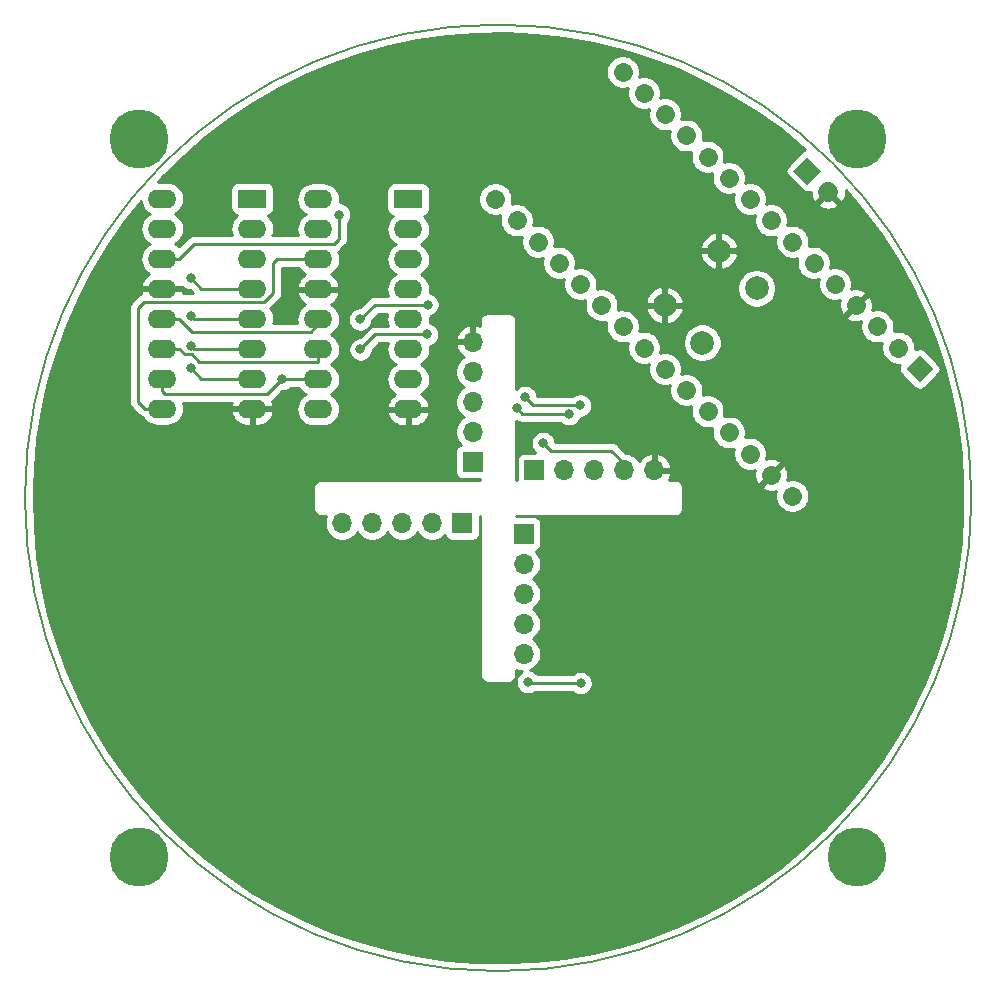
<source format=gtl>
G04 #@! TF.GenerationSoftware,KiCad,Pcbnew,(5.1.5)-3*
G04 #@! TF.CreationDate,2020-10-16T01:56:22+02:00*
G04 #@! TF.ProjectId,Christmas C,43687269-7374-46d6-9173-20432e6b6963,rev?*
G04 #@! TF.SameCoordinates,Original*
G04 #@! TF.FileFunction,Copper,L1,Top*
G04 #@! TF.FilePolarity,Positive*
%FSLAX46Y46*%
G04 Gerber Fmt 4.6, Leading zero omitted, Abs format (unit mm)*
G04 Created by KiCad (PCBNEW (5.1.5)-3) date 2020-10-16 01:56:22*
%MOMM*%
%LPD*%
G04 APERTURE LIST*
%ADD10C,0.200000*%
%ADD11C,0.100000*%
%ADD12C,1.600000*%
%ADD13O,1.700000X1.700000*%
%ADD14R,1.700000X1.700000*%
%ADD15C,1.700000*%
%ADD16C,2.000000*%
%ADD17O,2.400000X1.600000*%
%ADD18R,2.400000X1.600000*%
%ADD19C,5.000000*%
%ADD20C,0.800000*%
%ADD21C,0.250000*%
%ADD22C,0.254000*%
G04 APERTURE END LIST*
D10*
X144843500Y-150685500D02*
G75*
G03X144843500Y-150685500I-40068500J0D01*
G01*
G04 #@! TA.AperFunction,ComponentPad*
D11*
G36*
X140462000Y-138632129D02*
G01*
X141593371Y-139763500D01*
X140462000Y-140894871D01*
X139330629Y-139763500D01*
X140462000Y-138632129D01*
G37*
G04 #@! TD.AperFunction*
D12*
X106337027Y-127191141D02*
X106337027Y-127191141D01*
X138665949Y-137967449D02*
X138665949Y-137967449D01*
X108133078Y-128987193D02*
X108133078Y-128987193D01*
X136869898Y-136171398D02*
X136869898Y-136171398D01*
X109929129Y-130783244D02*
X109929129Y-130783244D01*
X135073846Y-134375346D02*
X135073846Y-134375346D01*
X111725180Y-132579295D02*
X111725180Y-132579295D01*
X133277795Y-132579295D02*
X133277795Y-132579295D01*
X113521232Y-134375346D02*
X113521232Y-134375346D01*
X131481744Y-130783244D02*
X131481744Y-130783244D01*
X115317283Y-136171398D02*
X115317283Y-136171398D01*
X129685693Y-128987193D02*
X129685693Y-128987193D01*
X117113334Y-137967449D02*
X117113334Y-137967449D01*
X127889641Y-127191141D02*
X127889641Y-127191141D01*
X118909385Y-139763500D02*
X118909385Y-139763500D01*
X126093590Y-125395090D02*
X126093590Y-125395090D01*
X120705437Y-141559551D02*
X120705437Y-141559551D01*
X124297539Y-123599039D02*
X124297539Y-123599039D01*
X122501488Y-143355602D02*
X122501488Y-143355602D01*
X122501488Y-121802988D02*
X122501488Y-121802988D01*
X124297539Y-145151654D02*
X124297539Y-145151654D01*
X120705437Y-120006937D02*
X120705437Y-120006937D01*
X126093590Y-146947705D02*
X126093590Y-146947705D01*
X118909385Y-118210885D02*
X118909385Y-118210885D01*
X127889641Y-148743756D02*
X127889641Y-148743756D01*
X117113334Y-116414834D02*
X117113334Y-116414834D01*
X129685693Y-150539807D02*
X129685693Y-150539807D01*
X115317283Y-114618783D02*
X115317283Y-114618783D01*
X104540976Y-125395090D02*
X104540976Y-125395090D01*
D13*
X91567000Y-152844500D03*
X94107000Y-152844500D03*
X96647000Y-152844500D03*
X99187000Y-152844500D03*
D14*
X101727000Y-152844500D03*
D13*
X117983000Y-148336000D03*
X115443000Y-148336000D03*
X112903000Y-148336000D03*
X110363000Y-148336000D03*
D14*
X107823000Y-148336000D03*
X106934000Y-153733500D03*
D13*
X106934000Y-156273500D03*
X106934000Y-158813500D03*
X106934000Y-161353500D03*
X106934000Y-163893500D03*
X102616000Y-137477500D03*
X102616000Y-140017500D03*
X102616000Y-142557500D03*
X102616000Y-145097500D03*
D14*
X102616000Y-147637500D03*
D15*
X132733051Y-124795551D02*
X132733051Y-124795551D01*
G04 #@! TA.AperFunction,ComponentPad*
D11*
G36*
X130937000Y-121797418D02*
G01*
X132139082Y-122999500D01*
X130937000Y-124201582D01*
X129734918Y-122999500D01*
X130937000Y-121797418D01*
G37*
G04 #@! TD.AperFunction*
D16*
X123468194Y-129769806D03*
X126650175Y-132951786D03*
X118872000Y-134366000D03*
X122053981Y-137547981D03*
D17*
X76327000Y-125349000D03*
X83947000Y-143129000D03*
X76327000Y-127889000D03*
X83947000Y-140589000D03*
X76327000Y-130429000D03*
X83947000Y-138049000D03*
X76327000Y-132969000D03*
X83947000Y-135509000D03*
X76327000Y-135509000D03*
X83947000Y-132969000D03*
X76327000Y-138049000D03*
X83947000Y-130429000D03*
X76327000Y-140589000D03*
X83947000Y-127889000D03*
X76327000Y-143129000D03*
D18*
X83947000Y-125349000D03*
X97155000Y-125412500D03*
D17*
X89535000Y-143192500D03*
X97155000Y-127952500D03*
X89535000Y-140652500D03*
X97155000Y-130492500D03*
X89535000Y-138112500D03*
X97155000Y-133032500D03*
X89535000Y-135572500D03*
X97155000Y-135572500D03*
X89535000Y-133032500D03*
X97155000Y-138112500D03*
X89535000Y-130492500D03*
X97155000Y-140652500D03*
X89535000Y-127952500D03*
X97155000Y-143192500D03*
X89535000Y-125412500D03*
D19*
X135191500Y-120269000D03*
X74358500Y-181102000D03*
X74358500Y-120269000D03*
X135191500Y-181102000D03*
D20*
X86448900Y-140639800D03*
X91313000Y-126707900D03*
X110769400Y-143598900D03*
X106337100Y-143116300D03*
X98767900Y-136855200D03*
X93116400Y-138112500D03*
X111760000Y-166370000D03*
X107315000Y-166279990D03*
X111721900Y-142862300D03*
X107062110Y-142157529D03*
X93091000Y-135585200D03*
X98806000Y-134327900D03*
X108585000Y-146049992D03*
X78740000Y-132080000D03*
X78740000Y-135255000D03*
X78740000Y-137795008D03*
X78740000Y-139700000D03*
D21*
X76559700Y-141871700D02*
X85217000Y-141871700D01*
X86048901Y-141039799D02*
X86448900Y-140639800D01*
X76327000Y-141639000D02*
X76559700Y-141871700D01*
X85217000Y-141871700D02*
X86048901Y-141039799D01*
X76327000Y-140589000D02*
X76327000Y-141639000D01*
X86461600Y-140652500D02*
X86448900Y-140639800D01*
X89535000Y-140652500D02*
X86461600Y-140652500D01*
X77777000Y-130429000D02*
X78983500Y-129222500D01*
X76327000Y-130429000D02*
X77777000Y-130429000D01*
X78983500Y-129222500D02*
X90843100Y-129222500D01*
X90843100Y-129222500D02*
X91313000Y-128752600D01*
X91313000Y-128752600D02*
X91313000Y-126707900D01*
X78828600Y-138520010D02*
X79482600Y-139174010D01*
X89523490Y-139174010D02*
X89535000Y-139162500D01*
X76327000Y-138049000D02*
X77777000Y-138049000D01*
X78248010Y-138520010D02*
X78828600Y-138520010D01*
X89535000Y-139162500D02*
X89535000Y-138112500D01*
X79482600Y-139174010D02*
X89523490Y-139174010D01*
X77777000Y-138049000D02*
X78248010Y-138520010D01*
X106819700Y-143598900D02*
X106337100Y-143116300D01*
X110769400Y-143598900D02*
X106819700Y-143598900D01*
X98767900Y-136855200D02*
X94373700Y-136855200D01*
X94373700Y-136855200D02*
X93116400Y-138112500D01*
X111760000Y-166370000D02*
X107405010Y-166370000D01*
X107405010Y-166370000D02*
X107315000Y-166279990D01*
X89535000Y-135999010D02*
X89535000Y-135572500D01*
X78849010Y-136634010D02*
X88900000Y-136634010D01*
X88900000Y-136634010D02*
X89535000Y-135999010D01*
X76327000Y-135509000D02*
X77724000Y-135509000D01*
X77724000Y-135509000D02*
X78849010Y-136634010D01*
X107766881Y-142862300D02*
X107062110Y-142157529D01*
X111721900Y-142862300D02*
X107766881Y-142862300D01*
X93091000Y-135585200D02*
X94348300Y-134327900D01*
X94348300Y-134327900D02*
X98806000Y-134327900D01*
X109220000Y-146685000D02*
X108585000Y-146050000D01*
X114363500Y-146685000D02*
X109220000Y-146685000D01*
X108585000Y-146050000D02*
X108585000Y-146049992D01*
X115443000Y-147764500D02*
X114363500Y-146685000D01*
X115443000Y-148336000D02*
X115443000Y-147764500D01*
X83947000Y-132969000D02*
X79629000Y-132969000D01*
X79629000Y-132969000D02*
X78740000Y-132080000D01*
X83947000Y-135509000D02*
X78994000Y-135509000D01*
X78994000Y-135509000D02*
X78740000Y-135255000D01*
X83947000Y-138049000D02*
X78993992Y-138049000D01*
X78993992Y-138049000D02*
X78740000Y-137795008D01*
X83947000Y-140589000D02*
X79629000Y-140589000D01*
X79629000Y-140589000D02*
X78740000Y-139700000D01*
X74295000Y-142547000D02*
X74877000Y-143129000D01*
X74820990Y-134094010D02*
X74295000Y-134620000D01*
X74877000Y-143129000D02*
X76327000Y-143129000D01*
X85725000Y-133350000D02*
X84980990Y-134094010D01*
X86042500Y-130492500D02*
X85725000Y-130810000D01*
X89535000Y-130492500D02*
X86042500Y-130492500D01*
X74295000Y-134620000D02*
X74295000Y-142547000D01*
X85725000Y-130810000D02*
X85725000Y-133350000D01*
X84980990Y-134094010D02*
X74820990Y-134094010D01*
D22*
G36*
X107892178Y-111475713D02*
G01*
X110372741Y-111752358D01*
X112830763Y-112185774D01*
X115256348Y-112774214D01*
X117639728Y-113515310D01*
X119971306Y-114406077D01*
X122241694Y-115442929D01*
X124441750Y-116621690D01*
X126562615Y-117937614D01*
X128595749Y-119385402D01*
X130532965Y-120959224D01*
X130775168Y-121182936D01*
X130692820Y-121207916D01*
X130582506Y-121266881D01*
X130485815Y-121346233D01*
X129283733Y-122548315D01*
X129204381Y-122645006D01*
X129145416Y-122755320D01*
X129109106Y-122875018D01*
X129096846Y-122999500D01*
X129109106Y-123123982D01*
X129145416Y-123243680D01*
X129204381Y-123353994D01*
X129283733Y-123450685D01*
X130485815Y-124652767D01*
X130582506Y-124732119D01*
X130692820Y-124791084D01*
X130812518Y-124827394D01*
X130937000Y-124839654D01*
X131061482Y-124827394D01*
X131181180Y-124791084D01*
X131255503Y-124751357D01*
X131249642Y-124864366D01*
X131291571Y-125152443D01*
X131388895Y-125426804D01*
X131461414Y-125562469D01*
X131709758Y-125639239D01*
X132553446Y-124795551D01*
X132539304Y-124781409D01*
X132718909Y-124601804D01*
X132733051Y-124615946D01*
X132747194Y-124601804D01*
X132926799Y-124781409D01*
X132912656Y-124795551D01*
X133756810Y-125639705D01*
X134004692Y-125562472D01*
X134129876Y-125299651D01*
X134201382Y-125017457D01*
X134216460Y-124726736D01*
X134196117Y-124586967D01*
X135693219Y-126371144D01*
X137173083Y-128381051D01*
X138522491Y-130480770D01*
X139736009Y-132661847D01*
X140808752Y-134915499D01*
X141736400Y-137232651D01*
X142515217Y-139603972D01*
X143142068Y-142019916D01*
X143614428Y-144470752D01*
X143930395Y-146946613D01*
X144088697Y-149437529D01*
X144088697Y-151933471D01*
X143930395Y-154424387D01*
X143614428Y-156900248D01*
X143142068Y-159351084D01*
X142515217Y-161767028D01*
X141736400Y-164138349D01*
X140808752Y-166455501D01*
X139736009Y-168709153D01*
X138522491Y-170890230D01*
X137173083Y-172989949D01*
X135693219Y-174999856D01*
X134088859Y-176911858D01*
X132366462Y-178718256D01*
X130532965Y-180411776D01*
X128595749Y-181985598D01*
X126562615Y-183433386D01*
X124441750Y-184749310D01*
X122241694Y-185928071D01*
X119971306Y-186964923D01*
X117639728Y-187855690D01*
X115256348Y-188596786D01*
X112830763Y-189185226D01*
X110372741Y-189618642D01*
X107892178Y-189895287D01*
X105399064Y-190014049D01*
X102903437Y-189974448D01*
X100415346Y-189776645D01*
X97944809Y-189421436D01*
X95501776Y-188910250D01*
X93096082Y-188245147D01*
X90737416Y-187428805D01*
X88435274Y-186464510D01*
X86198926Y-185356146D01*
X84037377Y-184108175D01*
X81959332Y-182725623D01*
X79973157Y-181214057D01*
X78086850Y-179579563D01*
X76308007Y-177828723D01*
X74643791Y-175968586D01*
X73100902Y-174006644D01*
X71685554Y-171950796D01*
X70403446Y-169809319D01*
X69259739Y-167590838D01*
X68259040Y-165304285D01*
X67405378Y-162958868D01*
X66702190Y-160564029D01*
X66152308Y-158129414D01*
X65757945Y-155664824D01*
X65520691Y-153180185D01*
X65441500Y-150685500D01*
X65469720Y-149796500D01*
X89125807Y-149796500D01*
X89129000Y-149828918D01*
X89129001Y-151542071D01*
X89125807Y-151574500D01*
X89138550Y-151703883D01*
X89176290Y-151828293D01*
X89237575Y-151942950D01*
X89320052Y-152043448D01*
X89420550Y-152125925D01*
X89535207Y-152187210D01*
X89659617Y-152224950D01*
X89756581Y-152234500D01*
X89789000Y-152237693D01*
X89821419Y-152234500D01*
X90212318Y-152234500D01*
X90139068Y-152411342D01*
X90082000Y-152698240D01*
X90082000Y-152990760D01*
X90139068Y-153277658D01*
X90251010Y-153547911D01*
X90413525Y-153791132D01*
X90620368Y-153997975D01*
X90863589Y-154160490D01*
X91133842Y-154272432D01*
X91420740Y-154329500D01*
X91713260Y-154329500D01*
X92000158Y-154272432D01*
X92270411Y-154160490D01*
X92513632Y-153997975D01*
X92720475Y-153791132D01*
X92837000Y-153616740D01*
X92953525Y-153791132D01*
X93160368Y-153997975D01*
X93403589Y-154160490D01*
X93673842Y-154272432D01*
X93960740Y-154329500D01*
X94253260Y-154329500D01*
X94540158Y-154272432D01*
X94810411Y-154160490D01*
X95053632Y-153997975D01*
X95260475Y-153791132D01*
X95377000Y-153616740D01*
X95493525Y-153791132D01*
X95700368Y-153997975D01*
X95943589Y-154160490D01*
X96213842Y-154272432D01*
X96500740Y-154329500D01*
X96793260Y-154329500D01*
X97080158Y-154272432D01*
X97350411Y-154160490D01*
X97593632Y-153997975D01*
X97800475Y-153791132D01*
X97917000Y-153616740D01*
X98033525Y-153791132D01*
X98240368Y-153997975D01*
X98483589Y-154160490D01*
X98753842Y-154272432D01*
X99040740Y-154329500D01*
X99333260Y-154329500D01*
X99620158Y-154272432D01*
X99890411Y-154160490D01*
X100133632Y-153997975D01*
X100265487Y-153866120D01*
X100287498Y-153938680D01*
X100346463Y-154048994D01*
X100425815Y-154145685D01*
X100522506Y-154225037D01*
X100632820Y-154284002D01*
X100752518Y-154320312D01*
X100877000Y-154332572D01*
X102577000Y-154332572D01*
X102701482Y-154320312D01*
X102821180Y-154284002D01*
X102931494Y-154225037D01*
X103028185Y-154145685D01*
X103107537Y-154048994D01*
X103166502Y-153938680D01*
X103202812Y-153818982D01*
X103215072Y-153694500D01*
X103215072Y-152234500D01*
X103226000Y-152234500D01*
X103226001Y-165639071D01*
X103222807Y-165671500D01*
X103235550Y-165800883D01*
X103273290Y-165925293D01*
X103334575Y-166039950D01*
X103417052Y-166140448D01*
X103517550Y-166222925D01*
X103632207Y-166284210D01*
X103756617Y-166321950D01*
X103853581Y-166331500D01*
X103886000Y-166334693D01*
X103918419Y-166331500D01*
X105631581Y-166331500D01*
X105664000Y-166334693D01*
X105696419Y-166331500D01*
X105793383Y-166321950D01*
X105917793Y-166284210D01*
X106032450Y-166222925D01*
X106132948Y-166140448D01*
X106215425Y-166039950D01*
X106276710Y-165925293D01*
X106314450Y-165800883D01*
X106327193Y-165671500D01*
X106324000Y-165639081D01*
X106324000Y-165248182D01*
X106500842Y-165321432D01*
X106787740Y-165378500D01*
X106801225Y-165378500D01*
X106655226Y-165476053D01*
X106511063Y-165620216D01*
X106397795Y-165789734D01*
X106319774Y-165978092D01*
X106280000Y-166178051D01*
X106280000Y-166381929D01*
X106319774Y-166581888D01*
X106397795Y-166770246D01*
X106511063Y-166939764D01*
X106655226Y-167083927D01*
X106824744Y-167197195D01*
X107013102Y-167275216D01*
X107213061Y-167314990D01*
X107416939Y-167314990D01*
X107616898Y-167275216D01*
X107805256Y-167197195D01*
X107905821Y-167130000D01*
X111056289Y-167130000D01*
X111100226Y-167173937D01*
X111269744Y-167287205D01*
X111458102Y-167365226D01*
X111658061Y-167405000D01*
X111861939Y-167405000D01*
X112061898Y-167365226D01*
X112250256Y-167287205D01*
X112419774Y-167173937D01*
X112563937Y-167029774D01*
X112677205Y-166860256D01*
X112755226Y-166671898D01*
X112795000Y-166471939D01*
X112795000Y-166268061D01*
X112755226Y-166068102D01*
X112677205Y-165879744D01*
X112563937Y-165710226D01*
X112419774Y-165566063D01*
X112250256Y-165452795D01*
X112061898Y-165374774D01*
X111861939Y-165335000D01*
X111658061Y-165335000D01*
X111458102Y-165374774D01*
X111269744Y-165452795D01*
X111100226Y-165566063D01*
X111056289Y-165610000D01*
X108108721Y-165610000D01*
X107974774Y-165476053D01*
X107805256Y-165362785D01*
X107616898Y-165284764D01*
X107507985Y-165263100D01*
X107637411Y-165209490D01*
X107880632Y-165046975D01*
X108087475Y-164840132D01*
X108249990Y-164596911D01*
X108361932Y-164326658D01*
X108419000Y-164039760D01*
X108419000Y-163747240D01*
X108361932Y-163460342D01*
X108249990Y-163190089D01*
X108087475Y-162946868D01*
X107880632Y-162740025D01*
X107706240Y-162623500D01*
X107880632Y-162506975D01*
X108087475Y-162300132D01*
X108249990Y-162056911D01*
X108361932Y-161786658D01*
X108419000Y-161499760D01*
X108419000Y-161207240D01*
X108361932Y-160920342D01*
X108249990Y-160650089D01*
X108087475Y-160406868D01*
X107880632Y-160200025D01*
X107706240Y-160083500D01*
X107880632Y-159966975D01*
X108087475Y-159760132D01*
X108249990Y-159516911D01*
X108361932Y-159246658D01*
X108419000Y-158959760D01*
X108419000Y-158667240D01*
X108361932Y-158380342D01*
X108249990Y-158110089D01*
X108087475Y-157866868D01*
X107880632Y-157660025D01*
X107706240Y-157543500D01*
X107880632Y-157426975D01*
X108087475Y-157220132D01*
X108249990Y-156976911D01*
X108361932Y-156706658D01*
X108419000Y-156419760D01*
X108419000Y-156127240D01*
X108361932Y-155840342D01*
X108249990Y-155570089D01*
X108087475Y-155326868D01*
X107955620Y-155195013D01*
X108028180Y-155173002D01*
X108138494Y-155114037D01*
X108235185Y-155034685D01*
X108314537Y-154937994D01*
X108373502Y-154827680D01*
X108409812Y-154707982D01*
X108422072Y-154583500D01*
X108422072Y-152883500D01*
X108409812Y-152759018D01*
X108373502Y-152639320D01*
X108314537Y-152529006D01*
X108235185Y-152432315D01*
X108138494Y-152352963D01*
X108028180Y-152293998D01*
X107908482Y-152257688D01*
X107784000Y-152245428D01*
X106324000Y-152245428D01*
X106324000Y-152234500D01*
X119728581Y-152234500D01*
X119761000Y-152237693D01*
X119793419Y-152234500D01*
X119890383Y-152224950D01*
X120014793Y-152187210D01*
X120129450Y-152125925D01*
X120229948Y-152043448D01*
X120312425Y-151942950D01*
X120373710Y-151828293D01*
X120411450Y-151703883D01*
X120424193Y-151574500D01*
X120421000Y-151542081D01*
X120421000Y-149828918D01*
X120424193Y-149796500D01*
X120417794Y-149731524D01*
X127081478Y-149731524D01*
X127152224Y-149974789D01*
X127275760Y-150040825D01*
X127540601Y-150135665D01*
X127818856Y-150177014D01*
X128099831Y-150163284D01*
X128310228Y-150110641D01*
X128305840Y-150121233D01*
X128250693Y-150398472D01*
X128250693Y-150681142D01*
X128305840Y-150958381D01*
X128414013Y-151219534D01*
X128571056Y-151454566D01*
X128770934Y-151654444D01*
X129005966Y-151811487D01*
X129267119Y-151919660D01*
X129544358Y-151974807D01*
X129827028Y-151974807D01*
X130104267Y-151919660D01*
X130365420Y-151811487D01*
X130600452Y-151654444D01*
X130800330Y-151454566D01*
X130957373Y-151219534D01*
X131065546Y-150958381D01*
X131120693Y-150681142D01*
X131120693Y-150398472D01*
X131065546Y-150121233D01*
X130957373Y-149860080D01*
X130800330Y-149625048D01*
X130600452Y-149425170D01*
X130365420Y-149268127D01*
X130104267Y-149159954D01*
X129827028Y-149104807D01*
X129544358Y-149104807D01*
X129267119Y-149159954D01*
X129256526Y-149164342D01*
X129309169Y-148953946D01*
X129322899Y-148672971D01*
X129281550Y-148394716D01*
X129186710Y-148129875D01*
X129120674Y-148006339D01*
X128877409Y-147935593D01*
X128069246Y-148743756D01*
X128083389Y-148757899D01*
X127903784Y-148937504D01*
X127889641Y-148923361D01*
X127081478Y-149731524D01*
X120417794Y-149731524D01*
X120411450Y-149667117D01*
X120373710Y-149542707D01*
X120312425Y-149428050D01*
X120229948Y-149327552D01*
X120129450Y-149245075D01*
X120014793Y-149183790D01*
X119890383Y-149146050D01*
X119793419Y-149136500D01*
X119761000Y-149133307D01*
X119728581Y-149136500D01*
X119226341Y-149136500D01*
X119327157Y-148967252D01*
X119424481Y-148692891D01*
X119303814Y-148463000D01*
X118110000Y-148463000D01*
X118110000Y-148483000D01*
X117856000Y-148483000D01*
X117856000Y-148463000D01*
X117836000Y-148463000D01*
X117836000Y-148209000D01*
X117856000Y-148209000D01*
X117856000Y-147015845D01*
X118110000Y-147015845D01*
X118110000Y-148209000D01*
X119303814Y-148209000D01*
X119424481Y-147979109D01*
X119327157Y-147704748D01*
X119178178Y-147454645D01*
X118983269Y-147238412D01*
X118749920Y-147064359D01*
X118487099Y-146939175D01*
X118339890Y-146894524D01*
X118110000Y-147015845D01*
X117856000Y-147015845D01*
X117626110Y-146894524D01*
X117478901Y-146939175D01*
X117216080Y-147064359D01*
X116982731Y-147238412D01*
X116787822Y-147454645D01*
X116718195Y-147571534D01*
X116596475Y-147389368D01*
X116389632Y-147182525D01*
X116146411Y-147020010D01*
X115876158Y-146908068D01*
X115608037Y-146854735D01*
X114927304Y-146174002D01*
X114903501Y-146144999D01*
X114787776Y-146050026D01*
X114655747Y-145979454D01*
X114512486Y-145935997D01*
X114400833Y-145925000D01*
X114400822Y-145925000D01*
X114363500Y-145921324D01*
X114326178Y-145925000D01*
X109615415Y-145925000D01*
X109580226Y-145748094D01*
X109502205Y-145559736D01*
X109388937Y-145390218D01*
X109244774Y-145246055D01*
X109075256Y-145132787D01*
X108886898Y-145054766D01*
X108686939Y-145014992D01*
X108483061Y-145014992D01*
X108283102Y-145054766D01*
X108094744Y-145132787D01*
X107925226Y-145246055D01*
X107781063Y-145390218D01*
X107667795Y-145559736D01*
X107589774Y-145748094D01*
X107550000Y-145948053D01*
X107550000Y-146151931D01*
X107589774Y-146351890D01*
X107667795Y-146540248D01*
X107781063Y-146709766D01*
X107919225Y-146847928D01*
X106973000Y-146847928D01*
X106848518Y-146860188D01*
X106728820Y-146896498D01*
X106618506Y-146955463D01*
X106521815Y-147034815D01*
X106442463Y-147131506D01*
X106383498Y-147241820D01*
X106347188Y-147361518D01*
X106334928Y-147486000D01*
X106334928Y-149136500D01*
X106324000Y-149136500D01*
X106324000Y-144175258D01*
X106395424Y-144233874D01*
X106527453Y-144304446D01*
X106670714Y-144347903D01*
X106782367Y-144358900D01*
X106782376Y-144358900D01*
X106819699Y-144362576D01*
X106857022Y-144358900D01*
X110065689Y-144358900D01*
X110109626Y-144402837D01*
X110279144Y-144516105D01*
X110467502Y-144594126D01*
X110667461Y-144633900D01*
X110871339Y-144633900D01*
X111071298Y-144594126D01*
X111259656Y-144516105D01*
X111429174Y-144402837D01*
X111573337Y-144258674D01*
X111686605Y-144089156D01*
X111764626Y-143900798D01*
X111765322Y-143897300D01*
X111823839Y-143897300D01*
X112023798Y-143857526D01*
X112212156Y-143779505D01*
X112381674Y-143666237D01*
X112525837Y-143522074D01*
X112639105Y-143352556D01*
X112717126Y-143164198D01*
X112756900Y-142964239D01*
X112756900Y-142760361D01*
X112717126Y-142560402D01*
X112639105Y-142372044D01*
X112525837Y-142202526D01*
X112381674Y-142058363D01*
X112212156Y-141945095D01*
X112023798Y-141867074D01*
X111823839Y-141827300D01*
X111619961Y-141827300D01*
X111420002Y-141867074D01*
X111231644Y-141945095D01*
X111062126Y-142058363D01*
X111018189Y-142102300D01*
X108097110Y-142102300D01*
X108097110Y-142055590D01*
X108057336Y-141855631D01*
X107979315Y-141667273D01*
X107866047Y-141497755D01*
X107721884Y-141353592D01*
X107552366Y-141240324D01*
X107364008Y-141162303D01*
X107164049Y-141122529D01*
X106960171Y-141122529D01*
X106760212Y-141162303D01*
X106571854Y-141240324D01*
X106402336Y-141353592D01*
X106324000Y-141431928D01*
X106324000Y-135731919D01*
X106327193Y-135699500D01*
X106314450Y-135570117D01*
X106276710Y-135445707D01*
X106215425Y-135331050D01*
X106132948Y-135230552D01*
X106032450Y-135148075D01*
X105917793Y-135086790D01*
X105793383Y-135049050D01*
X105696419Y-135039500D01*
X105664000Y-135036307D01*
X105631581Y-135039500D01*
X103918419Y-135039500D01*
X103886000Y-135036307D01*
X103853581Y-135039500D01*
X103756617Y-135049050D01*
X103632207Y-135086790D01*
X103517550Y-135148075D01*
X103417052Y-135230552D01*
X103334575Y-135331050D01*
X103273290Y-135445707D01*
X103235550Y-135570117D01*
X103222807Y-135699500D01*
X103226001Y-135731929D01*
X103226001Y-136125805D01*
X102972891Y-136036019D01*
X102743000Y-136156686D01*
X102743000Y-137350500D01*
X102763000Y-137350500D01*
X102763000Y-137604500D01*
X102743000Y-137604500D01*
X102743000Y-137624500D01*
X102489000Y-137624500D01*
X102489000Y-137604500D01*
X101295845Y-137604500D01*
X101174524Y-137834390D01*
X101219175Y-137981599D01*
X101344359Y-138244420D01*
X101518412Y-138477769D01*
X101734645Y-138672678D01*
X101851534Y-138742305D01*
X101669368Y-138864025D01*
X101462525Y-139070868D01*
X101300010Y-139314089D01*
X101188068Y-139584342D01*
X101131000Y-139871240D01*
X101131000Y-140163760D01*
X101188068Y-140450658D01*
X101300010Y-140720911D01*
X101462525Y-140964132D01*
X101669368Y-141170975D01*
X101843760Y-141287500D01*
X101669368Y-141404025D01*
X101462525Y-141610868D01*
X101300010Y-141854089D01*
X101188068Y-142124342D01*
X101131000Y-142411240D01*
X101131000Y-142703760D01*
X101188068Y-142990658D01*
X101300010Y-143260911D01*
X101462525Y-143504132D01*
X101669368Y-143710975D01*
X101843760Y-143827500D01*
X101669368Y-143944025D01*
X101462525Y-144150868D01*
X101300010Y-144394089D01*
X101188068Y-144664342D01*
X101131000Y-144951240D01*
X101131000Y-145243760D01*
X101188068Y-145530658D01*
X101300010Y-145800911D01*
X101462525Y-146044132D01*
X101594380Y-146175987D01*
X101521820Y-146197998D01*
X101411506Y-146256963D01*
X101314815Y-146336315D01*
X101235463Y-146433006D01*
X101176498Y-146543320D01*
X101140188Y-146663018D01*
X101127928Y-146787500D01*
X101127928Y-148487500D01*
X101140188Y-148611982D01*
X101176498Y-148731680D01*
X101235463Y-148841994D01*
X101314815Y-148938685D01*
X101411506Y-149018037D01*
X101521820Y-149077002D01*
X101641518Y-149113312D01*
X101766000Y-149125572D01*
X103226000Y-149125572D01*
X103226000Y-149136500D01*
X89821419Y-149136500D01*
X89789000Y-149133307D01*
X89756581Y-149136500D01*
X89659617Y-149146050D01*
X89535207Y-149183790D01*
X89420550Y-149245075D01*
X89320052Y-149327552D01*
X89237575Y-149428050D01*
X89176290Y-149542707D01*
X89138550Y-149667117D01*
X89125807Y-149796500D01*
X65469720Y-149796500D01*
X65520691Y-148190815D01*
X65757945Y-145706176D01*
X66152308Y-143241586D01*
X66702190Y-140806971D01*
X67405378Y-138412132D01*
X68259040Y-136066715D01*
X69259739Y-133780162D01*
X70403446Y-131561681D01*
X71685554Y-129420204D01*
X73100902Y-127364356D01*
X74507400Y-125575849D01*
X74512764Y-125630309D01*
X74594818Y-125900808D01*
X74728068Y-126150101D01*
X74907392Y-126368608D01*
X75125899Y-126547932D01*
X75258858Y-126619000D01*
X75125899Y-126690068D01*
X74907392Y-126869392D01*
X74728068Y-127087899D01*
X74594818Y-127337192D01*
X74512764Y-127607691D01*
X74485057Y-127889000D01*
X74512764Y-128170309D01*
X74594818Y-128440808D01*
X74728068Y-128690101D01*
X74907392Y-128908608D01*
X75125899Y-129087932D01*
X75258858Y-129159000D01*
X75125899Y-129230068D01*
X74907392Y-129409392D01*
X74728068Y-129627899D01*
X74594818Y-129877192D01*
X74512764Y-130147691D01*
X74485057Y-130429000D01*
X74512764Y-130710309D01*
X74594818Y-130980808D01*
X74728068Y-131230101D01*
X74907392Y-131448608D01*
X75125899Y-131627932D01*
X75253741Y-131696265D01*
X75024161Y-131846399D01*
X74822500Y-132044105D01*
X74663285Y-132277354D01*
X74552633Y-132537182D01*
X74535096Y-132619961D01*
X74657085Y-132842000D01*
X76200000Y-132842000D01*
X76200000Y-132822000D01*
X76454000Y-132822000D01*
X76454000Y-132842000D01*
X77996915Y-132842000D01*
X78011586Y-132815297D01*
X78080226Y-132883937D01*
X78249744Y-132997205D01*
X78438102Y-133075226D01*
X78638061Y-133115000D01*
X78700198Y-133115000D01*
X78919208Y-133334010D01*
X78115520Y-133334010D01*
X78118904Y-133318039D01*
X77996915Y-133096000D01*
X76454000Y-133096000D01*
X76454000Y-133116000D01*
X76200000Y-133116000D01*
X76200000Y-133096000D01*
X74657085Y-133096000D01*
X74535096Y-133318039D01*
X74548731Y-133382401D01*
X74528743Y-133388464D01*
X74396714Y-133459036D01*
X74280989Y-133554009D01*
X74257190Y-133583008D01*
X73784002Y-134056197D01*
X73754999Y-134079999D01*
X73707810Y-134137500D01*
X73660026Y-134195724D01*
X73594608Y-134318112D01*
X73589454Y-134327754D01*
X73545997Y-134471015D01*
X73535000Y-134582668D01*
X73535000Y-134582678D01*
X73531324Y-134620000D01*
X73535000Y-134657322D01*
X73535001Y-142509668D01*
X73531324Y-142547000D01*
X73535001Y-142584333D01*
X73545998Y-142695986D01*
X73548649Y-142704724D01*
X73589454Y-142839246D01*
X73660026Y-142971276D01*
X73731201Y-143058002D01*
X73755000Y-143087001D01*
X73783998Y-143110799D01*
X74313200Y-143640002D01*
X74336999Y-143669001D01*
X74452724Y-143763974D01*
X74584753Y-143834546D01*
X74694843Y-143867941D01*
X74728068Y-143930101D01*
X74907392Y-144148608D01*
X75125899Y-144327932D01*
X75375192Y-144461182D01*
X75645691Y-144543236D01*
X75856508Y-144564000D01*
X76797492Y-144564000D01*
X77008309Y-144543236D01*
X77278808Y-144461182D01*
X77528101Y-144327932D01*
X77746608Y-144148608D01*
X77925932Y-143930101D01*
X78059182Y-143680808D01*
X78120690Y-143478039D01*
X82155096Y-143478039D01*
X82172633Y-143560818D01*
X82283285Y-143820646D01*
X82442500Y-144053895D01*
X82644161Y-144251601D01*
X82880517Y-144406166D01*
X83142486Y-144511650D01*
X83420000Y-144564000D01*
X83820000Y-144564000D01*
X83820000Y-143256000D01*
X84074000Y-143256000D01*
X84074000Y-144564000D01*
X84474000Y-144564000D01*
X84751514Y-144511650D01*
X85013483Y-144406166D01*
X85249839Y-144251601D01*
X85451500Y-144053895D01*
X85610715Y-143820646D01*
X85721367Y-143560818D01*
X85738904Y-143478039D01*
X85616915Y-143256000D01*
X84074000Y-143256000D01*
X83820000Y-143256000D01*
X82277085Y-143256000D01*
X82155096Y-143478039D01*
X78120690Y-143478039D01*
X78141236Y-143410309D01*
X78168943Y-143129000D01*
X78141236Y-142847691D01*
X78075717Y-142631700D01*
X82200520Y-142631700D01*
X82172633Y-142697182D01*
X82155096Y-142779961D01*
X82277085Y-143002000D01*
X83820000Y-143002000D01*
X83820000Y-142982000D01*
X84074000Y-142982000D01*
X84074000Y-143002000D01*
X85616915Y-143002000D01*
X85738904Y-142779961D01*
X85721367Y-142697182D01*
X85640429Y-142507127D01*
X85641276Y-142506674D01*
X85757001Y-142411701D01*
X85780803Y-142382698D01*
X86488702Y-141674800D01*
X86550839Y-141674800D01*
X86750798Y-141635026D01*
X86939156Y-141557005D01*
X87108674Y-141443737D01*
X87139911Y-141412500D01*
X87914099Y-141412500D01*
X87936068Y-141453601D01*
X88115392Y-141672108D01*
X88333899Y-141851432D01*
X88466858Y-141922500D01*
X88333899Y-141993568D01*
X88115392Y-142172892D01*
X87936068Y-142391399D01*
X87802818Y-142640692D01*
X87720764Y-142911191D01*
X87693057Y-143192500D01*
X87720764Y-143473809D01*
X87802818Y-143744308D01*
X87936068Y-143993601D01*
X88115392Y-144212108D01*
X88333899Y-144391432D01*
X88583192Y-144524682D01*
X88853691Y-144606736D01*
X89064508Y-144627500D01*
X90005492Y-144627500D01*
X90216309Y-144606736D01*
X90486808Y-144524682D01*
X90736101Y-144391432D01*
X90954608Y-144212108D01*
X91133932Y-143993601D01*
X91267182Y-143744308D01*
X91328690Y-143541539D01*
X95363096Y-143541539D01*
X95380633Y-143624318D01*
X95491285Y-143884146D01*
X95650500Y-144117395D01*
X95852161Y-144315101D01*
X96088517Y-144469666D01*
X96350486Y-144575150D01*
X96628000Y-144627500D01*
X97028000Y-144627500D01*
X97028000Y-143319500D01*
X97282000Y-143319500D01*
X97282000Y-144627500D01*
X97682000Y-144627500D01*
X97959514Y-144575150D01*
X98221483Y-144469666D01*
X98457839Y-144315101D01*
X98659500Y-144117395D01*
X98818715Y-143884146D01*
X98929367Y-143624318D01*
X98946904Y-143541539D01*
X98824915Y-143319500D01*
X97282000Y-143319500D01*
X97028000Y-143319500D01*
X95485085Y-143319500D01*
X95363096Y-143541539D01*
X91328690Y-143541539D01*
X91349236Y-143473809D01*
X91376943Y-143192500D01*
X91349236Y-142911191D01*
X91267182Y-142640692D01*
X91133932Y-142391399D01*
X90954608Y-142172892D01*
X90736101Y-141993568D01*
X90603142Y-141922500D01*
X90736101Y-141851432D01*
X90954608Y-141672108D01*
X91133932Y-141453601D01*
X91267182Y-141204308D01*
X91349236Y-140933809D01*
X91376943Y-140652500D01*
X91349236Y-140371191D01*
X91267182Y-140100692D01*
X91133932Y-139851399D01*
X90954608Y-139632892D01*
X90736101Y-139453568D01*
X90603142Y-139382500D01*
X90736101Y-139311432D01*
X90954608Y-139132108D01*
X91133932Y-138913601D01*
X91267182Y-138664308D01*
X91349236Y-138393809D01*
X91376943Y-138112500D01*
X91349236Y-137831191D01*
X91267182Y-137560692D01*
X91133932Y-137311399D01*
X90954608Y-137092892D01*
X90736101Y-136913568D01*
X90603142Y-136842500D01*
X90736101Y-136771432D01*
X90954608Y-136592108D01*
X91133932Y-136373601D01*
X91267182Y-136124308D01*
X91349236Y-135853809D01*
X91376943Y-135572500D01*
X91368154Y-135483261D01*
X92056000Y-135483261D01*
X92056000Y-135687139D01*
X92095774Y-135887098D01*
X92173795Y-136075456D01*
X92287063Y-136244974D01*
X92431226Y-136389137D01*
X92600744Y-136502405D01*
X92789102Y-136580426D01*
X92989061Y-136620200D01*
X93192939Y-136620200D01*
X93392898Y-136580426D01*
X93581256Y-136502405D01*
X93750774Y-136389137D01*
X93894937Y-136244974D01*
X94008205Y-136075456D01*
X94086226Y-135887098D01*
X94126000Y-135687139D01*
X94126000Y-135625001D01*
X94663102Y-135087900D01*
X95402431Y-135087900D01*
X95340764Y-135291191D01*
X95313057Y-135572500D01*
X95340764Y-135853809D01*
X95413988Y-136095200D01*
X94411025Y-136095200D01*
X94373700Y-136091524D01*
X94336375Y-136095200D01*
X94336367Y-136095200D01*
X94224714Y-136106197D01*
X94081453Y-136149654D01*
X93949424Y-136220226D01*
X93833699Y-136315199D01*
X93809901Y-136344197D01*
X93076599Y-137077500D01*
X93014461Y-137077500D01*
X92814502Y-137117274D01*
X92626144Y-137195295D01*
X92456626Y-137308563D01*
X92312463Y-137452726D01*
X92199195Y-137622244D01*
X92121174Y-137810602D01*
X92081400Y-138010561D01*
X92081400Y-138214439D01*
X92121174Y-138414398D01*
X92199195Y-138602756D01*
X92312463Y-138772274D01*
X92456626Y-138916437D01*
X92626144Y-139029705D01*
X92814502Y-139107726D01*
X93014461Y-139147500D01*
X93218339Y-139147500D01*
X93418298Y-139107726D01*
X93606656Y-139029705D01*
X93776174Y-138916437D01*
X93920337Y-138772274D01*
X94033605Y-138602756D01*
X94111626Y-138414398D01*
X94151400Y-138214439D01*
X94151400Y-138152301D01*
X94688502Y-137615200D01*
X95406283Y-137615200D01*
X95340764Y-137831191D01*
X95313057Y-138112500D01*
X95340764Y-138393809D01*
X95422818Y-138664308D01*
X95556068Y-138913601D01*
X95735392Y-139132108D01*
X95953899Y-139311432D01*
X96086858Y-139382500D01*
X95953899Y-139453568D01*
X95735392Y-139632892D01*
X95556068Y-139851399D01*
X95422818Y-140100692D01*
X95340764Y-140371191D01*
X95313057Y-140652500D01*
X95340764Y-140933809D01*
X95422818Y-141204308D01*
X95556068Y-141453601D01*
X95735392Y-141672108D01*
X95953899Y-141851432D01*
X96081741Y-141919765D01*
X95852161Y-142069899D01*
X95650500Y-142267605D01*
X95491285Y-142500854D01*
X95380633Y-142760682D01*
X95363096Y-142843461D01*
X95485085Y-143065500D01*
X97028000Y-143065500D01*
X97028000Y-143045500D01*
X97282000Y-143045500D01*
X97282000Y-143065500D01*
X98824915Y-143065500D01*
X98946904Y-142843461D01*
X98929367Y-142760682D01*
X98818715Y-142500854D01*
X98659500Y-142267605D01*
X98457839Y-142069899D01*
X98228259Y-141919765D01*
X98356101Y-141851432D01*
X98574608Y-141672108D01*
X98753932Y-141453601D01*
X98887182Y-141204308D01*
X98969236Y-140933809D01*
X98996943Y-140652500D01*
X98969236Y-140371191D01*
X98887182Y-140100692D01*
X98753932Y-139851399D01*
X98574608Y-139632892D01*
X98356101Y-139453568D01*
X98223142Y-139382500D01*
X98356101Y-139311432D01*
X98574608Y-139132108D01*
X98753932Y-138913601D01*
X98887182Y-138664308D01*
X98969236Y-138393809D01*
X98996943Y-138112500D01*
X98973026Y-137869675D01*
X99069798Y-137850426D01*
X99258156Y-137772405D01*
X99427674Y-137659137D01*
X99571837Y-137514974D01*
X99685105Y-137345456D01*
X99763126Y-137157098D01*
X99770383Y-137120610D01*
X101174524Y-137120610D01*
X101295845Y-137350500D01*
X102489000Y-137350500D01*
X102489000Y-136156686D01*
X102259109Y-136036019D01*
X101984748Y-136133343D01*
X101734645Y-136282322D01*
X101518412Y-136477231D01*
X101344359Y-136710580D01*
X101219175Y-136973401D01*
X101174524Y-137120610D01*
X99770383Y-137120610D01*
X99802900Y-136957139D01*
X99802900Y-136753261D01*
X99763126Y-136553302D01*
X99685105Y-136364944D01*
X99571837Y-136195426D01*
X99427674Y-136051263D01*
X99258156Y-135937995D01*
X99069798Y-135859974D01*
X98970573Y-135840237D01*
X98996943Y-135572500D01*
X98974985Y-135349564D01*
X99107898Y-135323126D01*
X99296256Y-135245105D01*
X99465774Y-135131837D01*
X99609937Y-134987674D01*
X99723205Y-134818156D01*
X99801226Y-134629798D01*
X99841000Y-134429839D01*
X99841000Y-134225961D01*
X99801226Y-134026002D01*
X99723205Y-133837644D01*
X99609937Y-133668126D01*
X99465774Y-133523963D01*
X99296256Y-133410695D01*
X99107898Y-133332674D01*
X98970078Y-133305260D01*
X98996943Y-133032500D01*
X98969236Y-132751191D01*
X98887182Y-132480692D01*
X98753932Y-132231399D01*
X98574608Y-132012892D01*
X98356101Y-131833568D01*
X98223142Y-131762500D01*
X98356101Y-131691432D01*
X98574608Y-131512108D01*
X98753932Y-131293601D01*
X98887182Y-131044308D01*
X98969236Y-130773809D01*
X98996943Y-130492500D01*
X98969236Y-130211191D01*
X98887182Y-129940692D01*
X98753932Y-129691399D01*
X98574608Y-129472892D01*
X98356101Y-129293568D01*
X98223142Y-129222500D01*
X98356101Y-129151432D01*
X98574608Y-128972108D01*
X98753932Y-128753601D01*
X98887182Y-128504308D01*
X98969236Y-128233809D01*
X98996943Y-127952500D01*
X98969236Y-127671191D01*
X98887182Y-127400692D01*
X98753932Y-127151399D01*
X98574608Y-126932892D01*
X98461518Y-126840081D01*
X98479482Y-126838312D01*
X98599180Y-126802002D01*
X98709494Y-126743037D01*
X98806185Y-126663685D01*
X98885537Y-126566994D01*
X98944502Y-126456680D01*
X98980812Y-126336982D01*
X98993072Y-126212500D01*
X98993072Y-125253755D01*
X103105976Y-125253755D01*
X103105976Y-125536425D01*
X103161123Y-125813664D01*
X103269296Y-126074817D01*
X103426339Y-126309849D01*
X103626217Y-126509727D01*
X103861249Y-126666770D01*
X104122402Y-126774943D01*
X104399641Y-126830090D01*
X104682311Y-126830090D01*
X104956584Y-126775533D01*
X104902027Y-127049806D01*
X104902027Y-127332476D01*
X104957174Y-127609715D01*
X105065347Y-127870868D01*
X105222390Y-128105900D01*
X105422268Y-128305778D01*
X105657300Y-128462821D01*
X105918453Y-128570994D01*
X106195692Y-128626141D01*
X106478362Y-128626141D01*
X106752635Y-128571584D01*
X106698078Y-128845858D01*
X106698078Y-129128528D01*
X106753225Y-129405767D01*
X106861398Y-129666920D01*
X107018441Y-129901952D01*
X107218319Y-130101830D01*
X107453351Y-130258873D01*
X107714504Y-130367046D01*
X107991743Y-130422193D01*
X108274413Y-130422193D01*
X108548686Y-130367636D01*
X108494129Y-130641909D01*
X108494129Y-130924579D01*
X108549276Y-131201818D01*
X108657449Y-131462971D01*
X108814492Y-131698003D01*
X109014370Y-131897881D01*
X109249402Y-132054924D01*
X109510555Y-132163097D01*
X109787794Y-132218244D01*
X110070464Y-132218244D01*
X110344737Y-132163687D01*
X110290180Y-132437960D01*
X110290180Y-132720630D01*
X110345327Y-132997869D01*
X110453500Y-133259022D01*
X110610543Y-133494054D01*
X110810421Y-133693932D01*
X111045453Y-133850975D01*
X111306606Y-133959148D01*
X111583845Y-134014295D01*
X111866515Y-134014295D01*
X112140789Y-133959738D01*
X112086232Y-134234011D01*
X112086232Y-134516681D01*
X112141379Y-134793920D01*
X112249552Y-135055073D01*
X112406595Y-135290105D01*
X112606473Y-135489983D01*
X112841505Y-135647026D01*
X113102658Y-135755199D01*
X113379897Y-135810346D01*
X113662567Y-135810346D01*
X113936840Y-135755789D01*
X113882283Y-136030063D01*
X113882283Y-136312733D01*
X113937430Y-136589972D01*
X114045603Y-136851125D01*
X114202646Y-137086157D01*
X114402524Y-137286035D01*
X114637556Y-137443078D01*
X114898709Y-137551251D01*
X115175948Y-137606398D01*
X115458618Y-137606398D01*
X115732891Y-137551841D01*
X115678334Y-137826114D01*
X115678334Y-138108784D01*
X115733481Y-138386023D01*
X115841654Y-138647176D01*
X115998697Y-138882208D01*
X116198575Y-139082086D01*
X116433607Y-139239129D01*
X116694760Y-139347302D01*
X116971999Y-139402449D01*
X117254669Y-139402449D01*
X117528942Y-139347892D01*
X117474385Y-139622165D01*
X117474385Y-139904835D01*
X117529532Y-140182074D01*
X117637705Y-140443227D01*
X117794748Y-140678259D01*
X117994626Y-140878137D01*
X118229658Y-141035180D01*
X118490811Y-141143353D01*
X118768050Y-141198500D01*
X119050720Y-141198500D01*
X119324994Y-141143943D01*
X119270437Y-141418216D01*
X119270437Y-141700886D01*
X119325584Y-141978125D01*
X119433757Y-142239278D01*
X119590800Y-142474310D01*
X119790678Y-142674188D01*
X120025710Y-142831231D01*
X120286863Y-142939404D01*
X120564102Y-142994551D01*
X120846772Y-142994551D01*
X121121045Y-142939994D01*
X121066488Y-143214267D01*
X121066488Y-143496937D01*
X121121635Y-143774176D01*
X121229808Y-144035329D01*
X121386851Y-144270361D01*
X121586729Y-144470239D01*
X121821761Y-144627282D01*
X122082914Y-144735455D01*
X122360153Y-144790602D01*
X122642823Y-144790602D01*
X122917096Y-144736045D01*
X122862539Y-145010319D01*
X122862539Y-145292989D01*
X122917686Y-145570228D01*
X123025859Y-145831381D01*
X123182902Y-146066413D01*
X123382780Y-146266291D01*
X123617812Y-146423334D01*
X123878965Y-146531507D01*
X124156204Y-146586654D01*
X124438874Y-146586654D01*
X124713147Y-146532097D01*
X124658590Y-146806370D01*
X124658590Y-147089040D01*
X124713737Y-147366279D01*
X124821910Y-147627432D01*
X124978953Y-147862464D01*
X125178831Y-148062342D01*
X125413863Y-148219385D01*
X125675016Y-148327558D01*
X125952255Y-148382705D01*
X126234925Y-148382705D01*
X126512164Y-148327558D01*
X126522756Y-148323171D01*
X126470113Y-148533566D01*
X126456383Y-148814541D01*
X126497732Y-149092796D01*
X126592572Y-149357637D01*
X126658608Y-149481173D01*
X126901873Y-149551919D01*
X127710036Y-148743756D01*
X127695894Y-148729614D01*
X127875499Y-148550009D01*
X127889641Y-148564151D01*
X128697804Y-147755988D01*
X128627058Y-147512723D01*
X128503522Y-147446687D01*
X128238681Y-147351847D01*
X127960426Y-147310498D01*
X127679451Y-147324228D01*
X127469056Y-147376871D01*
X127473443Y-147366279D01*
X127528590Y-147089040D01*
X127528590Y-146806370D01*
X127473443Y-146529131D01*
X127365270Y-146267978D01*
X127208227Y-146032946D01*
X127008349Y-145833068D01*
X126773317Y-145676025D01*
X126512164Y-145567852D01*
X126234925Y-145512705D01*
X125952255Y-145512705D01*
X125677982Y-145567262D01*
X125732539Y-145292989D01*
X125732539Y-145010319D01*
X125677392Y-144733080D01*
X125569219Y-144471927D01*
X125412176Y-144236895D01*
X125212298Y-144037017D01*
X124977266Y-143879974D01*
X124716113Y-143771801D01*
X124438874Y-143716654D01*
X124156204Y-143716654D01*
X123881931Y-143771211D01*
X123936488Y-143496937D01*
X123936488Y-143214267D01*
X123881341Y-142937028D01*
X123773168Y-142675875D01*
X123616125Y-142440843D01*
X123416247Y-142240965D01*
X123181215Y-142083922D01*
X122920062Y-141975749D01*
X122642823Y-141920602D01*
X122360153Y-141920602D01*
X122085880Y-141975159D01*
X122140437Y-141700886D01*
X122140437Y-141418216D01*
X122085290Y-141140977D01*
X121977117Y-140879824D01*
X121820074Y-140644792D01*
X121620196Y-140444914D01*
X121385164Y-140287871D01*
X121124011Y-140179698D01*
X120846772Y-140124551D01*
X120564102Y-140124551D01*
X120289828Y-140179108D01*
X120344385Y-139904835D01*
X120344385Y-139622165D01*
X120289238Y-139344926D01*
X120181065Y-139083773D01*
X120024022Y-138848741D01*
X119824144Y-138648863D01*
X119589112Y-138491820D01*
X119327959Y-138383647D01*
X119050720Y-138328500D01*
X118768050Y-138328500D01*
X118493777Y-138383057D01*
X118548334Y-138108784D01*
X118548334Y-137826114D01*
X118493187Y-137548875D01*
X118426115Y-137386948D01*
X120418981Y-137386948D01*
X120418981Y-137709014D01*
X120481813Y-138024893D01*
X120605063Y-138322444D01*
X120783994Y-138590233D01*
X121011729Y-138817968D01*
X121279518Y-138996899D01*
X121577069Y-139120149D01*
X121892948Y-139182981D01*
X122215014Y-139182981D01*
X122530893Y-139120149D01*
X122828444Y-138996899D01*
X123096233Y-138817968D01*
X123323968Y-138590233D01*
X123502899Y-138322444D01*
X123626149Y-138024893D01*
X123688981Y-137709014D01*
X123688981Y-137386948D01*
X123626149Y-137071069D01*
X123502899Y-136773518D01*
X123323968Y-136505729D01*
X123096233Y-136277994D01*
X122828444Y-136099063D01*
X122530893Y-135975813D01*
X122215014Y-135912981D01*
X121892948Y-135912981D01*
X121577069Y-135975813D01*
X121279518Y-136099063D01*
X121011729Y-136277994D01*
X120783994Y-136505729D01*
X120605063Y-136773518D01*
X120481813Y-137071069D01*
X120418981Y-137386948D01*
X118426115Y-137386948D01*
X118385014Y-137287722D01*
X118227971Y-137052690D01*
X118028093Y-136852812D01*
X117793061Y-136695769D01*
X117531908Y-136587596D01*
X117254669Y-136532449D01*
X116971999Y-136532449D01*
X116697726Y-136587006D01*
X116752283Y-136312733D01*
X116752283Y-136030063D01*
X116697136Y-135752824D01*
X116588963Y-135491671D01*
X116431920Y-135256639D01*
X116232042Y-135056761D01*
X115997010Y-134899718D01*
X115735857Y-134791545D01*
X115515311Y-134747675D01*
X117274039Y-134747675D01*
X117379204Y-135052088D01*
X117541737Y-135330135D01*
X117755391Y-135571131D01*
X118011956Y-135765814D01*
X118301572Y-135906703D01*
X118490325Y-135963961D01*
X118745000Y-135844717D01*
X118745000Y-134493000D01*
X118999000Y-134493000D01*
X118999000Y-135844717D01*
X119253675Y-135963961D01*
X119558088Y-135858796D01*
X119836135Y-135696263D01*
X120077131Y-135482609D01*
X120167804Y-135363114D01*
X134265683Y-135363114D01*
X134336429Y-135606379D01*
X134459965Y-135672415D01*
X134724806Y-135767255D01*
X135003061Y-135808604D01*
X135284036Y-135794874D01*
X135494433Y-135742230D01*
X135490045Y-135752824D01*
X135434898Y-136030063D01*
X135434898Y-136312733D01*
X135490045Y-136589972D01*
X135598218Y-136851125D01*
X135755261Y-137086157D01*
X135955139Y-137286035D01*
X136190171Y-137443078D01*
X136451324Y-137551251D01*
X136728563Y-137606398D01*
X137011233Y-137606398D01*
X137285506Y-137551841D01*
X137230949Y-137826114D01*
X137230949Y-138108784D01*
X137286096Y-138386023D01*
X137394269Y-138647176D01*
X137551312Y-138882208D01*
X137751190Y-139082086D01*
X137986222Y-139239129D01*
X138247375Y-139347302D01*
X138524614Y-139402449D01*
X138805473Y-139402449D01*
X138800092Y-139409006D01*
X138741127Y-139519320D01*
X138704817Y-139639018D01*
X138692557Y-139763500D01*
X138704817Y-139887982D01*
X138741127Y-140007680D01*
X138800092Y-140117994D01*
X138879444Y-140214685D01*
X140010815Y-141346056D01*
X140107506Y-141425408D01*
X140217820Y-141484373D01*
X140337518Y-141520683D01*
X140462000Y-141532943D01*
X140586482Y-141520683D01*
X140706180Y-141484373D01*
X140816494Y-141425408D01*
X140913185Y-141346056D01*
X142044556Y-140214685D01*
X142123908Y-140117994D01*
X142182873Y-140007680D01*
X142219183Y-139887982D01*
X142231443Y-139763500D01*
X142219183Y-139639018D01*
X142182873Y-139519320D01*
X142123908Y-139409006D01*
X142044556Y-139312315D01*
X140913185Y-138180944D01*
X140816494Y-138101592D01*
X140706180Y-138042627D01*
X140586482Y-138006317D01*
X140462000Y-137994057D01*
X140337518Y-138006317D01*
X140217820Y-138042627D01*
X140107506Y-138101592D01*
X140100949Y-138106973D01*
X140100949Y-137826114D01*
X140045802Y-137548875D01*
X139937629Y-137287722D01*
X139780586Y-137052690D01*
X139580708Y-136852812D01*
X139345676Y-136695769D01*
X139084523Y-136587596D01*
X138807284Y-136532449D01*
X138524614Y-136532449D01*
X138250341Y-136587006D01*
X138304898Y-136312733D01*
X138304898Y-136030063D01*
X138249751Y-135752824D01*
X138141578Y-135491671D01*
X137984535Y-135256639D01*
X137784657Y-135056761D01*
X137549625Y-134899718D01*
X137288472Y-134791545D01*
X137011233Y-134736398D01*
X136728563Y-134736398D01*
X136451324Y-134791545D01*
X136440730Y-134795933D01*
X136493374Y-134585536D01*
X136507104Y-134304561D01*
X136465755Y-134026306D01*
X136370915Y-133761465D01*
X136304879Y-133637929D01*
X136061614Y-133567183D01*
X135253451Y-134375346D01*
X135267594Y-134389489D01*
X135087989Y-134569094D01*
X135073846Y-134554951D01*
X134265683Y-135363114D01*
X120167804Y-135363114D01*
X120271814Y-135226044D01*
X120412703Y-134936428D01*
X120469961Y-134747675D01*
X120350717Y-134493000D01*
X118999000Y-134493000D01*
X118745000Y-134493000D01*
X117393283Y-134493000D01*
X117274039Y-134747675D01*
X115515311Y-134747675D01*
X115458618Y-134736398D01*
X115175948Y-134736398D01*
X114901675Y-134790955D01*
X114956232Y-134516681D01*
X114956232Y-134234011D01*
X114906566Y-133984325D01*
X117274039Y-133984325D01*
X117393283Y-134239000D01*
X118745000Y-134239000D01*
X118745000Y-132887283D01*
X118999000Y-132887283D01*
X118999000Y-134239000D01*
X120350717Y-134239000D01*
X120469961Y-133984325D01*
X120364796Y-133679912D01*
X120202263Y-133401865D01*
X119988609Y-133160869D01*
X119732044Y-132966186D01*
X119442428Y-132825297D01*
X119328553Y-132790753D01*
X125015175Y-132790753D01*
X125015175Y-133112819D01*
X125078007Y-133428698D01*
X125201257Y-133726249D01*
X125380188Y-133994038D01*
X125607923Y-134221773D01*
X125875712Y-134400704D01*
X126173263Y-134523954D01*
X126489142Y-134586786D01*
X126811208Y-134586786D01*
X127127087Y-134523954D01*
X127424638Y-134400704D01*
X127692427Y-134221773D01*
X127920162Y-133994038D01*
X128099093Y-133726249D01*
X128222343Y-133428698D01*
X128285175Y-133112819D01*
X128285175Y-132790753D01*
X128222343Y-132474874D01*
X128099093Y-132177323D01*
X127920162Y-131909534D01*
X127692427Y-131681799D01*
X127424638Y-131502868D01*
X127127087Y-131379618D01*
X126811208Y-131316786D01*
X126489142Y-131316786D01*
X126173263Y-131379618D01*
X125875712Y-131502868D01*
X125607923Y-131681799D01*
X125380188Y-131909534D01*
X125201257Y-132177323D01*
X125078007Y-132474874D01*
X125015175Y-132790753D01*
X119328553Y-132790753D01*
X119253675Y-132768039D01*
X118999000Y-132887283D01*
X118745000Y-132887283D01*
X118490325Y-132768039D01*
X118185912Y-132873204D01*
X117907865Y-133035737D01*
X117666869Y-133249391D01*
X117472186Y-133505956D01*
X117331297Y-133795572D01*
X117274039Y-133984325D01*
X114906566Y-133984325D01*
X114901085Y-133956772D01*
X114792912Y-133695619D01*
X114635869Y-133460587D01*
X114435991Y-133260709D01*
X114200959Y-133103666D01*
X113939806Y-132995493D01*
X113662567Y-132940346D01*
X113379897Y-132940346D01*
X113105623Y-132994903D01*
X113160180Y-132720630D01*
X113160180Y-132437960D01*
X113105033Y-132160721D01*
X112996860Y-131899568D01*
X112839817Y-131664536D01*
X112639939Y-131464658D01*
X112404907Y-131307615D01*
X112143754Y-131199442D01*
X111866515Y-131144295D01*
X111583845Y-131144295D01*
X111309572Y-131198852D01*
X111364129Y-130924579D01*
X111364129Y-130641909D01*
X111308982Y-130364670D01*
X111220677Y-130151481D01*
X121870233Y-130151481D01*
X121975398Y-130455894D01*
X122137931Y-130733941D01*
X122351585Y-130974937D01*
X122608150Y-131169620D01*
X122897766Y-131310509D01*
X123086519Y-131367767D01*
X123341194Y-131248523D01*
X123341194Y-129896806D01*
X123595194Y-129896806D01*
X123595194Y-131248523D01*
X123849869Y-131367767D01*
X124154282Y-131262602D01*
X124432329Y-131100069D01*
X124673325Y-130886415D01*
X124868008Y-130629850D01*
X125008897Y-130340234D01*
X125066155Y-130151481D01*
X124946911Y-129896806D01*
X123595194Y-129896806D01*
X123341194Y-129896806D01*
X121989477Y-129896806D01*
X121870233Y-130151481D01*
X111220677Y-130151481D01*
X111200809Y-130103517D01*
X111043766Y-129868485D01*
X110843888Y-129668607D01*
X110608856Y-129511564D01*
X110347703Y-129403391D01*
X110270987Y-129388131D01*
X121870233Y-129388131D01*
X121989477Y-129642806D01*
X123341194Y-129642806D01*
X123341194Y-128291089D01*
X123595194Y-128291089D01*
X123595194Y-129642806D01*
X124946911Y-129642806D01*
X125066155Y-129388131D01*
X124960990Y-129083718D01*
X124798457Y-128805671D01*
X124584803Y-128564675D01*
X124328238Y-128369992D01*
X124038622Y-128229103D01*
X123849869Y-128171845D01*
X123595194Y-128291089D01*
X123341194Y-128291089D01*
X123086519Y-128171845D01*
X122782106Y-128277010D01*
X122504059Y-128439543D01*
X122263063Y-128653197D01*
X122068380Y-128909762D01*
X121927491Y-129199378D01*
X121870233Y-129388131D01*
X110270987Y-129388131D01*
X110070464Y-129348244D01*
X109787794Y-129348244D01*
X109513521Y-129402801D01*
X109568078Y-129128528D01*
X109568078Y-128845858D01*
X109512931Y-128568619D01*
X109404758Y-128307466D01*
X109247715Y-128072434D01*
X109047837Y-127872556D01*
X108812805Y-127715513D01*
X108551652Y-127607340D01*
X108274413Y-127552193D01*
X107991743Y-127552193D01*
X107717470Y-127606750D01*
X107772027Y-127332476D01*
X107772027Y-127049806D01*
X107716880Y-126772567D01*
X107608707Y-126511414D01*
X107451664Y-126276382D01*
X107251786Y-126076504D01*
X107016754Y-125919461D01*
X106755601Y-125811288D01*
X106478362Y-125756141D01*
X106195692Y-125756141D01*
X105921419Y-125810698D01*
X105975976Y-125536425D01*
X105975976Y-125253755D01*
X105920829Y-124976516D01*
X105812656Y-124715363D01*
X105655613Y-124480331D01*
X105455735Y-124280453D01*
X105220703Y-124123410D01*
X104959550Y-124015237D01*
X104682311Y-123960090D01*
X104399641Y-123960090D01*
X104122402Y-124015237D01*
X103861249Y-124123410D01*
X103626217Y-124280453D01*
X103426339Y-124480331D01*
X103269296Y-124715363D01*
X103161123Y-124976516D01*
X103105976Y-125253755D01*
X98993072Y-125253755D01*
X98993072Y-124612500D01*
X98980812Y-124488018D01*
X98944502Y-124368320D01*
X98885537Y-124258006D01*
X98806185Y-124161315D01*
X98709494Y-124081963D01*
X98599180Y-124022998D01*
X98479482Y-123986688D01*
X98355000Y-123974428D01*
X95955000Y-123974428D01*
X95830518Y-123986688D01*
X95710820Y-124022998D01*
X95600506Y-124081963D01*
X95503815Y-124161315D01*
X95424463Y-124258006D01*
X95365498Y-124368320D01*
X95329188Y-124488018D01*
X95316928Y-124612500D01*
X95316928Y-126212500D01*
X95329188Y-126336982D01*
X95365498Y-126456680D01*
X95424463Y-126566994D01*
X95503815Y-126663685D01*
X95600506Y-126743037D01*
X95710820Y-126802002D01*
X95830518Y-126838312D01*
X95848482Y-126840081D01*
X95735392Y-126932892D01*
X95556068Y-127151399D01*
X95422818Y-127400692D01*
X95340764Y-127671191D01*
X95313057Y-127952500D01*
X95340764Y-128233809D01*
X95422818Y-128504308D01*
X95556068Y-128753601D01*
X95735392Y-128972108D01*
X95953899Y-129151432D01*
X96086858Y-129222500D01*
X95953899Y-129293568D01*
X95735392Y-129472892D01*
X95556068Y-129691399D01*
X95422818Y-129940692D01*
X95340764Y-130211191D01*
X95313057Y-130492500D01*
X95340764Y-130773809D01*
X95422818Y-131044308D01*
X95556068Y-131293601D01*
X95735392Y-131512108D01*
X95953899Y-131691432D01*
X96086858Y-131762500D01*
X95953899Y-131833568D01*
X95735392Y-132012892D01*
X95556068Y-132231399D01*
X95422818Y-132480692D01*
X95340764Y-132751191D01*
X95313057Y-133032500D01*
X95340764Y-133313809D01*
X95417841Y-133567900D01*
X94385625Y-133567900D01*
X94348300Y-133564224D01*
X94310975Y-133567900D01*
X94310967Y-133567900D01*
X94199314Y-133578897D01*
X94056053Y-133622354D01*
X93924024Y-133692926D01*
X93808299Y-133787899D01*
X93784501Y-133816897D01*
X93051199Y-134550200D01*
X92989061Y-134550200D01*
X92789102Y-134589974D01*
X92600744Y-134667995D01*
X92431226Y-134781263D01*
X92287063Y-134925426D01*
X92173795Y-135094944D01*
X92095774Y-135283302D01*
X92056000Y-135483261D01*
X91368154Y-135483261D01*
X91349236Y-135291191D01*
X91267182Y-135020692D01*
X91133932Y-134771399D01*
X90954608Y-134552892D01*
X90736101Y-134373568D01*
X90608259Y-134305235D01*
X90837839Y-134155101D01*
X91039500Y-133957395D01*
X91198715Y-133724146D01*
X91309367Y-133464318D01*
X91326904Y-133381539D01*
X91204915Y-133159500D01*
X89662000Y-133159500D01*
X89662000Y-133179500D01*
X89408000Y-133179500D01*
X89408000Y-133159500D01*
X87865085Y-133159500D01*
X87743096Y-133381539D01*
X87760633Y-133464318D01*
X87871285Y-133724146D01*
X88030500Y-133957395D01*
X88232161Y-134155101D01*
X88461741Y-134305235D01*
X88333899Y-134373568D01*
X88115392Y-134552892D01*
X87936068Y-134771399D01*
X87802818Y-135020692D01*
X87720764Y-135291191D01*
X87693057Y-135572500D01*
X87720764Y-135853809D01*
X87726892Y-135874010D01*
X85735846Y-135874010D01*
X85761236Y-135790309D01*
X85788943Y-135509000D01*
X85761236Y-135227691D01*
X85679182Y-134957192D01*
X85545932Y-134707899D01*
X85499660Y-134651517D01*
X85520991Y-134634011D01*
X85544793Y-134605008D01*
X86236002Y-133913799D01*
X86265001Y-133890001D01*
X86311287Y-133833601D01*
X86359974Y-133774277D01*
X86430546Y-133642247D01*
X86448121Y-133584308D01*
X86474003Y-133498986D01*
X86485000Y-133387333D01*
X86485000Y-133387324D01*
X86488676Y-133350001D01*
X86485000Y-133312678D01*
X86485000Y-131252500D01*
X87914099Y-131252500D01*
X87936068Y-131293601D01*
X88115392Y-131512108D01*
X88333899Y-131691432D01*
X88461741Y-131759765D01*
X88232161Y-131909899D01*
X88030500Y-132107605D01*
X87871285Y-132340854D01*
X87760633Y-132600682D01*
X87743096Y-132683461D01*
X87865085Y-132905500D01*
X89408000Y-132905500D01*
X89408000Y-132885500D01*
X89662000Y-132885500D01*
X89662000Y-132905500D01*
X91204915Y-132905500D01*
X91326904Y-132683461D01*
X91309367Y-132600682D01*
X91198715Y-132340854D01*
X91039500Y-132107605D01*
X90837839Y-131909899D01*
X90608259Y-131759765D01*
X90736101Y-131691432D01*
X90954608Y-131512108D01*
X91133932Y-131293601D01*
X91267182Y-131044308D01*
X91349236Y-130773809D01*
X91376943Y-130492500D01*
X91349236Y-130211191D01*
X91267182Y-129940692D01*
X91232629Y-129876047D01*
X91267376Y-129857474D01*
X91383101Y-129762501D01*
X91406904Y-129733497D01*
X91823998Y-129316403D01*
X91853001Y-129292601D01*
X91929507Y-129199378D01*
X91947974Y-129176877D01*
X92018546Y-129044847D01*
X92033970Y-128994000D01*
X92062003Y-128901586D01*
X92073000Y-128789933D01*
X92073000Y-128789923D01*
X92076676Y-128752600D01*
X92073000Y-128715277D01*
X92073000Y-127411611D01*
X92116937Y-127367674D01*
X92230205Y-127198156D01*
X92308226Y-127009798D01*
X92348000Y-126809839D01*
X92348000Y-126605961D01*
X92308226Y-126406002D01*
X92230205Y-126217644D01*
X92116937Y-126048126D01*
X91972774Y-125903963D01*
X91803256Y-125790695D01*
X91614898Y-125712674D01*
X91414939Y-125672900D01*
X91351295Y-125672900D01*
X91376943Y-125412500D01*
X91349236Y-125131191D01*
X91267182Y-124860692D01*
X91133932Y-124611399D01*
X90954608Y-124392892D01*
X90736101Y-124213568D01*
X90486808Y-124080318D01*
X90216309Y-123998264D01*
X90005492Y-123977500D01*
X89064508Y-123977500D01*
X88853691Y-123998264D01*
X88583192Y-124080318D01*
X88333899Y-124213568D01*
X88115392Y-124392892D01*
X87936068Y-124611399D01*
X87802818Y-124860692D01*
X87720764Y-125131191D01*
X87693057Y-125412500D01*
X87720764Y-125693809D01*
X87802818Y-125964308D01*
X87936068Y-126213601D01*
X88115392Y-126432108D01*
X88333899Y-126611432D01*
X88466858Y-126682500D01*
X88333899Y-126753568D01*
X88115392Y-126932892D01*
X87936068Y-127151399D01*
X87802818Y-127400692D01*
X87720764Y-127671191D01*
X87693057Y-127952500D01*
X87720764Y-128233809D01*
X87790136Y-128462500D01*
X85667587Y-128462500D01*
X85679182Y-128440808D01*
X85761236Y-128170309D01*
X85788943Y-127889000D01*
X85761236Y-127607691D01*
X85679182Y-127337192D01*
X85545932Y-127087899D01*
X85366608Y-126869392D01*
X85253518Y-126776581D01*
X85271482Y-126774812D01*
X85391180Y-126738502D01*
X85501494Y-126679537D01*
X85598185Y-126600185D01*
X85677537Y-126503494D01*
X85736502Y-126393180D01*
X85772812Y-126273482D01*
X85785072Y-126149000D01*
X85785072Y-124549000D01*
X85772812Y-124424518D01*
X85736502Y-124304820D01*
X85677537Y-124194506D01*
X85598185Y-124097815D01*
X85501494Y-124018463D01*
X85391180Y-123959498D01*
X85271482Y-123923188D01*
X85147000Y-123910928D01*
X82747000Y-123910928D01*
X82622518Y-123923188D01*
X82502820Y-123959498D01*
X82392506Y-124018463D01*
X82295815Y-124097815D01*
X82216463Y-124194506D01*
X82157498Y-124304820D01*
X82121188Y-124424518D01*
X82108928Y-124549000D01*
X82108928Y-126149000D01*
X82121188Y-126273482D01*
X82157498Y-126393180D01*
X82216463Y-126503494D01*
X82295815Y-126600185D01*
X82392506Y-126679537D01*
X82502820Y-126738502D01*
X82622518Y-126774812D01*
X82640482Y-126776581D01*
X82527392Y-126869392D01*
X82348068Y-127087899D01*
X82214818Y-127337192D01*
X82132764Y-127607691D01*
X82105057Y-127889000D01*
X82132764Y-128170309D01*
X82214818Y-128440808D01*
X82226413Y-128462500D01*
X79020825Y-128462500D01*
X78983500Y-128458824D01*
X78946175Y-128462500D01*
X78946167Y-128462500D01*
X78834514Y-128473497D01*
X78691253Y-128516954D01*
X78559224Y-128587526D01*
X78443499Y-128682499D01*
X78419701Y-128711497D01*
X77732986Y-129398213D01*
X77528101Y-129230068D01*
X77395142Y-129159000D01*
X77528101Y-129087932D01*
X77746608Y-128908608D01*
X77925932Y-128690101D01*
X78059182Y-128440808D01*
X78141236Y-128170309D01*
X78168943Y-127889000D01*
X78141236Y-127607691D01*
X78059182Y-127337192D01*
X77925932Y-127087899D01*
X77746608Y-126869392D01*
X77528101Y-126690068D01*
X77395142Y-126619000D01*
X77528101Y-126547932D01*
X77746608Y-126368608D01*
X77925932Y-126150101D01*
X78059182Y-125900808D01*
X78141236Y-125630309D01*
X78168943Y-125349000D01*
X78141236Y-125067691D01*
X78059182Y-124797192D01*
X77925932Y-124547899D01*
X77746608Y-124329392D01*
X77528101Y-124150068D01*
X77278808Y-124016818D01*
X77008309Y-123934764D01*
X76797492Y-123914000D01*
X75975436Y-123914000D01*
X76308007Y-123542277D01*
X78086850Y-121791437D01*
X79973157Y-120156943D01*
X81959332Y-118645377D01*
X84037377Y-117262825D01*
X86198926Y-116014854D01*
X88435274Y-114906490D01*
X89459561Y-114477448D01*
X113882283Y-114477448D01*
X113882283Y-114760118D01*
X113937430Y-115037357D01*
X114045603Y-115298510D01*
X114202646Y-115533542D01*
X114402524Y-115733420D01*
X114637556Y-115890463D01*
X114898709Y-115998636D01*
X115175948Y-116053783D01*
X115458618Y-116053783D01*
X115732891Y-115999226D01*
X115678334Y-116273499D01*
X115678334Y-116556169D01*
X115733481Y-116833408D01*
X115841654Y-117094561D01*
X115998697Y-117329593D01*
X116198575Y-117529471D01*
X116433607Y-117686514D01*
X116694760Y-117794687D01*
X116971999Y-117849834D01*
X117254669Y-117849834D01*
X117528942Y-117795277D01*
X117474385Y-118069550D01*
X117474385Y-118352220D01*
X117529532Y-118629459D01*
X117637705Y-118890612D01*
X117794748Y-119125644D01*
X117994626Y-119325522D01*
X118229658Y-119482565D01*
X118490811Y-119590738D01*
X118768050Y-119645885D01*
X119050720Y-119645885D01*
X119324994Y-119591328D01*
X119270437Y-119865602D01*
X119270437Y-120148272D01*
X119325584Y-120425511D01*
X119433757Y-120686664D01*
X119590800Y-120921696D01*
X119790678Y-121121574D01*
X120025710Y-121278617D01*
X120286863Y-121386790D01*
X120564102Y-121441937D01*
X120846772Y-121441937D01*
X121121045Y-121387380D01*
X121066488Y-121661653D01*
X121066488Y-121944323D01*
X121121635Y-122221562D01*
X121229808Y-122482715D01*
X121386851Y-122717747D01*
X121586729Y-122917625D01*
X121821761Y-123074668D01*
X122082914Y-123182841D01*
X122360153Y-123237988D01*
X122642823Y-123237988D01*
X122917096Y-123183431D01*
X122862539Y-123457704D01*
X122862539Y-123740374D01*
X122917686Y-124017613D01*
X123025859Y-124278766D01*
X123182902Y-124513798D01*
X123382780Y-124713676D01*
X123617812Y-124870719D01*
X123878965Y-124978892D01*
X124156204Y-125034039D01*
X124438874Y-125034039D01*
X124713147Y-124979482D01*
X124658590Y-125253755D01*
X124658590Y-125536425D01*
X124713737Y-125813664D01*
X124821910Y-126074817D01*
X124978953Y-126309849D01*
X125178831Y-126509727D01*
X125413863Y-126666770D01*
X125675016Y-126774943D01*
X125952255Y-126830090D01*
X126234925Y-126830090D01*
X126509198Y-126775533D01*
X126454641Y-127049806D01*
X126454641Y-127332476D01*
X126509788Y-127609715D01*
X126617961Y-127870868D01*
X126775004Y-128105900D01*
X126974882Y-128305778D01*
X127209914Y-128462821D01*
X127471067Y-128570994D01*
X127748306Y-128626141D01*
X128030976Y-128626141D01*
X128305250Y-128571584D01*
X128250693Y-128845858D01*
X128250693Y-129128528D01*
X128305840Y-129405767D01*
X128414013Y-129666920D01*
X128571056Y-129901952D01*
X128770934Y-130101830D01*
X129005966Y-130258873D01*
X129267119Y-130367046D01*
X129544358Y-130422193D01*
X129827028Y-130422193D01*
X130101301Y-130367636D01*
X130046744Y-130641909D01*
X130046744Y-130924579D01*
X130101891Y-131201818D01*
X130210064Y-131462971D01*
X130367107Y-131698003D01*
X130566985Y-131897881D01*
X130802017Y-132054924D01*
X131063170Y-132163097D01*
X131340409Y-132218244D01*
X131623079Y-132218244D01*
X131897352Y-132163687D01*
X131842795Y-132437960D01*
X131842795Y-132720630D01*
X131897942Y-132997869D01*
X132006115Y-133259022D01*
X132163158Y-133494054D01*
X132363036Y-133693932D01*
X132598068Y-133850975D01*
X132859221Y-133959148D01*
X133136460Y-134014295D01*
X133419130Y-134014295D01*
X133696369Y-133959148D01*
X133706961Y-133954761D01*
X133654318Y-134165156D01*
X133640588Y-134446131D01*
X133681937Y-134724386D01*
X133776777Y-134989227D01*
X133842813Y-135112763D01*
X134086078Y-135183509D01*
X134894241Y-134375346D01*
X134880099Y-134361204D01*
X135059704Y-134181599D01*
X135073846Y-134195741D01*
X135882009Y-133387578D01*
X135811263Y-133144313D01*
X135687727Y-133078277D01*
X135422886Y-132983437D01*
X135144631Y-132942088D01*
X134863656Y-132955818D01*
X134653261Y-133008461D01*
X134657648Y-132997869D01*
X134712795Y-132720630D01*
X134712795Y-132437960D01*
X134657648Y-132160721D01*
X134549475Y-131899568D01*
X134392432Y-131664536D01*
X134192554Y-131464658D01*
X133957522Y-131307615D01*
X133696369Y-131199442D01*
X133419130Y-131144295D01*
X133136460Y-131144295D01*
X132862187Y-131198852D01*
X132916744Y-130924579D01*
X132916744Y-130641909D01*
X132861597Y-130364670D01*
X132753424Y-130103517D01*
X132596381Y-129868485D01*
X132396503Y-129668607D01*
X132161471Y-129511564D01*
X131900318Y-129403391D01*
X131623079Y-129348244D01*
X131340409Y-129348244D01*
X131066136Y-129402801D01*
X131120693Y-129128528D01*
X131120693Y-128845858D01*
X131065546Y-128568619D01*
X130957373Y-128307466D01*
X130800330Y-128072434D01*
X130600452Y-127872556D01*
X130365420Y-127715513D01*
X130104267Y-127607340D01*
X129827028Y-127552193D01*
X129544358Y-127552193D01*
X129270084Y-127606750D01*
X129324641Y-127332476D01*
X129324641Y-127049806D01*
X129269494Y-126772567D01*
X129161321Y-126511414D01*
X129004278Y-126276382D01*
X128804400Y-126076504D01*
X128569368Y-125919461D01*
X128326457Y-125818844D01*
X131889363Y-125818844D01*
X131966133Y-126067188D01*
X132101798Y-126139707D01*
X132376159Y-126237031D01*
X132664236Y-126278960D01*
X132954957Y-126263882D01*
X133237151Y-126192376D01*
X133499972Y-126067192D01*
X133577205Y-125819310D01*
X132733051Y-124975156D01*
X131889363Y-125818844D01*
X128326457Y-125818844D01*
X128308215Y-125811288D01*
X128030976Y-125756141D01*
X127748306Y-125756141D01*
X127474033Y-125810698D01*
X127528590Y-125536425D01*
X127528590Y-125253755D01*
X127473443Y-124976516D01*
X127365270Y-124715363D01*
X127208227Y-124480331D01*
X127008349Y-124280453D01*
X126773317Y-124123410D01*
X126512164Y-124015237D01*
X126234925Y-123960090D01*
X125952255Y-123960090D01*
X125677982Y-124014647D01*
X125732539Y-123740374D01*
X125732539Y-123457704D01*
X125677392Y-123180465D01*
X125569219Y-122919312D01*
X125412176Y-122684280D01*
X125212298Y-122484402D01*
X124977266Y-122327359D01*
X124716113Y-122219186D01*
X124438874Y-122164039D01*
X124156204Y-122164039D01*
X123881931Y-122218596D01*
X123936488Y-121944323D01*
X123936488Y-121661653D01*
X123881341Y-121384414D01*
X123773168Y-121123261D01*
X123616125Y-120888229D01*
X123416247Y-120688351D01*
X123181215Y-120531308D01*
X122920062Y-120423135D01*
X122642823Y-120367988D01*
X122360153Y-120367988D01*
X122085880Y-120422545D01*
X122140437Y-120148272D01*
X122140437Y-119865602D01*
X122085290Y-119588363D01*
X121977117Y-119327210D01*
X121820074Y-119092178D01*
X121620196Y-118892300D01*
X121385164Y-118735257D01*
X121124011Y-118627084D01*
X120846772Y-118571937D01*
X120564102Y-118571937D01*
X120289828Y-118626494D01*
X120344385Y-118352220D01*
X120344385Y-118069550D01*
X120289238Y-117792311D01*
X120181065Y-117531158D01*
X120024022Y-117296126D01*
X119824144Y-117096248D01*
X119589112Y-116939205D01*
X119327959Y-116831032D01*
X119050720Y-116775885D01*
X118768050Y-116775885D01*
X118493777Y-116830442D01*
X118548334Y-116556169D01*
X118548334Y-116273499D01*
X118493187Y-115996260D01*
X118385014Y-115735107D01*
X118227971Y-115500075D01*
X118028093Y-115300197D01*
X117793061Y-115143154D01*
X117531908Y-115034981D01*
X117254669Y-114979834D01*
X116971999Y-114979834D01*
X116697726Y-115034391D01*
X116752283Y-114760118D01*
X116752283Y-114477448D01*
X116697136Y-114200209D01*
X116588963Y-113939056D01*
X116431920Y-113704024D01*
X116232042Y-113504146D01*
X115997010Y-113347103D01*
X115735857Y-113238930D01*
X115458618Y-113183783D01*
X115175948Y-113183783D01*
X114898709Y-113238930D01*
X114637556Y-113347103D01*
X114402524Y-113504146D01*
X114202646Y-113704024D01*
X114045603Y-113939056D01*
X113937430Y-114200209D01*
X113882283Y-114477448D01*
X89459561Y-114477448D01*
X90737416Y-113942195D01*
X93096082Y-113125853D01*
X95501776Y-112460750D01*
X97944809Y-111949564D01*
X100415346Y-111594355D01*
X102903437Y-111396552D01*
X105399064Y-111356951D01*
X107892178Y-111475713D01*
G37*
X107892178Y-111475713D02*
X110372741Y-111752358D01*
X112830763Y-112185774D01*
X115256348Y-112774214D01*
X117639728Y-113515310D01*
X119971306Y-114406077D01*
X122241694Y-115442929D01*
X124441750Y-116621690D01*
X126562615Y-117937614D01*
X128595749Y-119385402D01*
X130532965Y-120959224D01*
X130775168Y-121182936D01*
X130692820Y-121207916D01*
X130582506Y-121266881D01*
X130485815Y-121346233D01*
X129283733Y-122548315D01*
X129204381Y-122645006D01*
X129145416Y-122755320D01*
X129109106Y-122875018D01*
X129096846Y-122999500D01*
X129109106Y-123123982D01*
X129145416Y-123243680D01*
X129204381Y-123353994D01*
X129283733Y-123450685D01*
X130485815Y-124652767D01*
X130582506Y-124732119D01*
X130692820Y-124791084D01*
X130812518Y-124827394D01*
X130937000Y-124839654D01*
X131061482Y-124827394D01*
X131181180Y-124791084D01*
X131255503Y-124751357D01*
X131249642Y-124864366D01*
X131291571Y-125152443D01*
X131388895Y-125426804D01*
X131461414Y-125562469D01*
X131709758Y-125639239D01*
X132553446Y-124795551D01*
X132539304Y-124781409D01*
X132718909Y-124601804D01*
X132733051Y-124615946D01*
X132747194Y-124601804D01*
X132926799Y-124781409D01*
X132912656Y-124795551D01*
X133756810Y-125639705D01*
X134004692Y-125562472D01*
X134129876Y-125299651D01*
X134201382Y-125017457D01*
X134216460Y-124726736D01*
X134196117Y-124586967D01*
X135693219Y-126371144D01*
X137173083Y-128381051D01*
X138522491Y-130480770D01*
X139736009Y-132661847D01*
X140808752Y-134915499D01*
X141736400Y-137232651D01*
X142515217Y-139603972D01*
X143142068Y-142019916D01*
X143614428Y-144470752D01*
X143930395Y-146946613D01*
X144088697Y-149437529D01*
X144088697Y-151933471D01*
X143930395Y-154424387D01*
X143614428Y-156900248D01*
X143142068Y-159351084D01*
X142515217Y-161767028D01*
X141736400Y-164138349D01*
X140808752Y-166455501D01*
X139736009Y-168709153D01*
X138522491Y-170890230D01*
X137173083Y-172989949D01*
X135693219Y-174999856D01*
X134088859Y-176911858D01*
X132366462Y-178718256D01*
X130532965Y-180411776D01*
X128595749Y-181985598D01*
X126562615Y-183433386D01*
X124441750Y-184749310D01*
X122241694Y-185928071D01*
X119971306Y-186964923D01*
X117639728Y-187855690D01*
X115256348Y-188596786D01*
X112830763Y-189185226D01*
X110372741Y-189618642D01*
X107892178Y-189895287D01*
X105399064Y-190014049D01*
X102903437Y-189974448D01*
X100415346Y-189776645D01*
X97944809Y-189421436D01*
X95501776Y-188910250D01*
X93096082Y-188245147D01*
X90737416Y-187428805D01*
X88435274Y-186464510D01*
X86198926Y-185356146D01*
X84037377Y-184108175D01*
X81959332Y-182725623D01*
X79973157Y-181214057D01*
X78086850Y-179579563D01*
X76308007Y-177828723D01*
X74643791Y-175968586D01*
X73100902Y-174006644D01*
X71685554Y-171950796D01*
X70403446Y-169809319D01*
X69259739Y-167590838D01*
X68259040Y-165304285D01*
X67405378Y-162958868D01*
X66702190Y-160564029D01*
X66152308Y-158129414D01*
X65757945Y-155664824D01*
X65520691Y-153180185D01*
X65441500Y-150685500D01*
X65469720Y-149796500D01*
X89125807Y-149796500D01*
X89129000Y-149828918D01*
X89129001Y-151542071D01*
X89125807Y-151574500D01*
X89138550Y-151703883D01*
X89176290Y-151828293D01*
X89237575Y-151942950D01*
X89320052Y-152043448D01*
X89420550Y-152125925D01*
X89535207Y-152187210D01*
X89659617Y-152224950D01*
X89756581Y-152234500D01*
X89789000Y-152237693D01*
X89821419Y-152234500D01*
X90212318Y-152234500D01*
X90139068Y-152411342D01*
X90082000Y-152698240D01*
X90082000Y-152990760D01*
X90139068Y-153277658D01*
X90251010Y-153547911D01*
X90413525Y-153791132D01*
X90620368Y-153997975D01*
X90863589Y-154160490D01*
X91133842Y-154272432D01*
X91420740Y-154329500D01*
X91713260Y-154329500D01*
X92000158Y-154272432D01*
X92270411Y-154160490D01*
X92513632Y-153997975D01*
X92720475Y-153791132D01*
X92837000Y-153616740D01*
X92953525Y-153791132D01*
X93160368Y-153997975D01*
X93403589Y-154160490D01*
X93673842Y-154272432D01*
X93960740Y-154329500D01*
X94253260Y-154329500D01*
X94540158Y-154272432D01*
X94810411Y-154160490D01*
X95053632Y-153997975D01*
X95260475Y-153791132D01*
X95377000Y-153616740D01*
X95493525Y-153791132D01*
X95700368Y-153997975D01*
X95943589Y-154160490D01*
X96213842Y-154272432D01*
X96500740Y-154329500D01*
X96793260Y-154329500D01*
X97080158Y-154272432D01*
X97350411Y-154160490D01*
X97593632Y-153997975D01*
X97800475Y-153791132D01*
X97917000Y-153616740D01*
X98033525Y-153791132D01*
X98240368Y-153997975D01*
X98483589Y-154160490D01*
X98753842Y-154272432D01*
X99040740Y-154329500D01*
X99333260Y-154329500D01*
X99620158Y-154272432D01*
X99890411Y-154160490D01*
X100133632Y-153997975D01*
X100265487Y-153866120D01*
X100287498Y-153938680D01*
X100346463Y-154048994D01*
X100425815Y-154145685D01*
X100522506Y-154225037D01*
X100632820Y-154284002D01*
X100752518Y-154320312D01*
X100877000Y-154332572D01*
X102577000Y-154332572D01*
X102701482Y-154320312D01*
X102821180Y-154284002D01*
X102931494Y-154225037D01*
X103028185Y-154145685D01*
X103107537Y-154048994D01*
X103166502Y-153938680D01*
X103202812Y-153818982D01*
X103215072Y-153694500D01*
X103215072Y-152234500D01*
X103226000Y-152234500D01*
X103226001Y-165639071D01*
X103222807Y-165671500D01*
X103235550Y-165800883D01*
X103273290Y-165925293D01*
X103334575Y-166039950D01*
X103417052Y-166140448D01*
X103517550Y-166222925D01*
X103632207Y-166284210D01*
X103756617Y-166321950D01*
X103853581Y-166331500D01*
X103886000Y-166334693D01*
X103918419Y-166331500D01*
X105631581Y-166331500D01*
X105664000Y-166334693D01*
X105696419Y-166331500D01*
X105793383Y-166321950D01*
X105917793Y-166284210D01*
X106032450Y-166222925D01*
X106132948Y-166140448D01*
X106215425Y-166039950D01*
X106276710Y-165925293D01*
X106314450Y-165800883D01*
X106327193Y-165671500D01*
X106324000Y-165639081D01*
X106324000Y-165248182D01*
X106500842Y-165321432D01*
X106787740Y-165378500D01*
X106801225Y-165378500D01*
X106655226Y-165476053D01*
X106511063Y-165620216D01*
X106397795Y-165789734D01*
X106319774Y-165978092D01*
X106280000Y-166178051D01*
X106280000Y-166381929D01*
X106319774Y-166581888D01*
X106397795Y-166770246D01*
X106511063Y-166939764D01*
X106655226Y-167083927D01*
X106824744Y-167197195D01*
X107013102Y-167275216D01*
X107213061Y-167314990D01*
X107416939Y-167314990D01*
X107616898Y-167275216D01*
X107805256Y-167197195D01*
X107905821Y-167130000D01*
X111056289Y-167130000D01*
X111100226Y-167173937D01*
X111269744Y-167287205D01*
X111458102Y-167365226D01*
X111658061Y-167405000D01*
X111861939Y-167405000D01*
X112061898Y-167365226D01*
X112250256Y-167287205D01*
X112419774Y-167173937D01*
X112563937Y-167029774D01*
X112677205Y-166860256D01*
X112755226Y-166671898D01*
X112795000Y-166471939D01*
X112795000Y-166268061D01*
X112755226Y-166068102D01*
X112677205Y-165879744D01*
X112563937Y-165710226D01*
X112419774Y-165566063D01*
X112250256Y-165452795D01*
X112061898Y-165374774D01*
X111861939Y-165335000D01*
X111658061Y-165335000D01*
X111458102Y-165374774D01*
X111269744Y-165452795D01*
X111100226Y-165566063D01*
X111056289Y-165610000D01*
X108108721Y-165610000D01*
X107974774Y-165476053D01*
X107805256Y-165362785D01*
X107616898Y-165284764D01*
X107507985Y-165263100D01*
X107637411Y-165209490D01*
X107880632Y-165046975D01*
X108087475Y-164840132D01*
X108249990Y-164596911D01*
X108361932Y-164326658D01*
X108419000Y-164039760D01*
X108419000Y-163747240D01*
X108361932Y-163460342D01*
X108249990Y-163190089D01*
X108087475Y-162946868D01*
X107880632Y-162740025D01*
X107706240Y-162623500D01*
X107880632Y-162506975D01*
X108087475Y-162300132D01*
X108249990Y-162056911D01*
X108361932Y-161786658D01*
X108419000Y-161499760D01*
X108419000Y-161207240D01*
X108361932Y-160920342D01*
X108249990Y-160650089D01*
X108087475Y-160406868D01*
X107880632Y-160200025D01*
X107706240Y-160083500D01*
X107880632Y-159966975D01*
X108087475Y-159760132D01*
X108249990Y-159516911D01*
X108361932Y-159246658D01*
X108419000Y-158959760D01*
X108419000Y-158667240D01*
X108361932Y-158380342D01*
X108249990Y-158110089D01*
X108087475Y-157866868D01*
X107880632Y-157660025D01*
X107706240Y-157543500D01*
X107880632Y-157426975D01*
X108087475Y-157220132D01*
X108249990Y-156976911D01*
X108361932Y-156706658D01*
X108419000Y-156419760D01*
X108419000Y-156127240D01*
X108361932Y-155840342D01*
X108249990Y-155570089D01*
X108087475Y-155326868D01*
X107955620Y-155195013D01*
X108028180Y-155173002D01*
X108138494Y-155114037D01*
X108235185Y-155034685D01*
X108314537Y-154937994D01*
X108373502Y-154827680D01*
X108409812Y-154707982D01*
X108422072Y-154583500D01*
X108422072Y-152883500D01*
X108409812Y-152759018D01*
X108373502Y-152639320D01*
X108314537Y-152529006D01*
X108235185Y-152432315D01*
X108138494Y-152352963D01*
X108028180Y-152293998D01*
X107908482Y-152257688D01*
X107784000Y-152245428D01*
X106324000Y-152245428D01*
X106324000Y-152234500D01*
X119728581Y-152234500D01*
X119761000Y-152237693D01*
X119793419Y-152234500D01*
X119890383Y-152224950D01*
X120014793Y-152187210D01*
X120129450Y-152125925D01*
X120229948Y-152043448D01*
X120312425Y-151942950D01*
X120373710Y-151828293D01*
X120411450Y-151703883D01*
X120424193Y-151574500D01*
X120421000Y-151542081D01*
X120421000Y-149828918D01*
X120424193Y-149796500D01*
X120417794Y-149731524D01*
X127081478Y-149731524D01*
X127152224Y-149974789D01*
X127275760Y-150040825D01*
X127540601Y-150135665D01*
X127818856Y-150177014D01*
X128099831Y-150163284D01*
X128310228Y-150110641D01*
X128305840Y-150121233D01*
X128250693Y-150398472D01*
X128250693Y-150681142D01*
X128305840Y-150958381D01*
X128414013Y-151219534D01*
X128571056Y-151454566D01*
X128770934Y-151654444D01*
X129005966Y-151811487D01*
X129267119Y-151919660D01*
X129544358Y-151974807D01*
X129827028Y-151974807D01*
X130104267Y-151919660D01*
X130365420Y-151811487D01*
X130600452Y-151654444D01*
X130800330Y-151454566D01*
X130957373Y-151219534D01*
X131065546Y-150958381D01*
X131120693Y-150681142D01*
X131120693Y-150398472D01*
X131065546Y-150121233D01*
X130957373Y-149860080D01*
X130800330Y-149625048D01*
X130600452Y-149425170D01*
X130365420Y-149268127D01*
X130104267Y-149159954D01*
X129827028Y-149104807D01*
X129544358Y-149104807D01*
X129267119Y-149159954D01*
X129256526Y-149164342D01*
X129309169Y-148953946D01*
X129322899Y-148672971D01*
X129281550Y-148394716D01*
X129186710Y-148129875D01*
X129120674Y-148006339D01*
X128877409Y-147935593D01*
X128069246Y-148743756D01*
X128083389Y-148757899D01*
X127903784Y-148937504D01*
X127889641Y-148923361D01*
X127081478Y-149731524D01*
X120417794Y-149731524D01*
X120411450Y-149667117D01*
X120373710Y-149542707D01*
X120312425Y-149428050D01*
X120229948Y-149327552D01*
X120129450Y-149245075D01*
X120014793Y-149183790D01*
X119890383Y-149146050D01*
X119793419Y-149136500D01*
X119761000Y-149133307D01*
X119728581Y-149136500D01*
X119226341Y-149136500D01*
X119327157Y-148967252D01*
X119424481Y-148692891D01*
X119303814Y-148463000D01*
X118110000Y-148463000D01*
X118110000Y-148483000D01*
X117856000Y-148483000D01*
X117856000Y-148463000D01*
X117836000Y-148463000D01*
X117836000Y-148209000D01*
X117856000Y-148209000D01*
X117856000Y-147015845D01*
X118110000Y-147015845D01*
X118110000Y-148209000D01*
X119303814Y-148209000D01*
X119424481Y-147979109D01*
X119327157Y-147704748D01*
X119178178Y-147454645D01*
X118983269Y-147238412D01*
X118749920Y-147064359D01*
X118487099Y-146939175D01*
X118339890Y-146894524D01*
X118110000Y-147015845D01*
X117856000Y-147015845D01*
X117626110Y-146894524D01*
X117478901Y-146939175D01*
X117216080Y-147064359D01*
X116982731Y-147238412D01*
X116787822Y-147454645D01*
X116718195Y-147571534D01*
X116596475Y-147389368D01*
X116389632Y-147182525D01*
X116146411Y-147020010D01*
X115876158Y-146908068D01*
X115608037Y-146854735D01*
X114927304Y-146174002D01*
X114903501Y-146144999D01*
X114787776Y-146050026D01*
X114655747Y-145979454D01*
X114512486Y-145935997D01*
X114400833Y-145925000D01*
X114400822Y-145925000D01*
X114363500Y-145921324D01*
X114326178Y-145925000D01*
X109615415Y-145925000D01*
X109580226Y-145748094D01*
X109502205Y-145559736D01*
X109388937Y-145390218D01*
X109244774Y-145246055D01*
X109075256Y-145132787D01*
X108886898Y-145054766D01*
X108686939Y-145014992D01*
X108483061Y-145014992D01*
X108283102Y-145054766D01*
X108094744Y-145132787D01*
X107925226Y-145246055D01*
X107781063Y-145390218D01*
X107667795Y-145559736D01*
X107589774Y-145748094D01*
X107550000Y-145948053D01*
X107550000Y-146151931D01*
X107589774Y-146351890D01*
X107667795Y-146540248D01*
X107781063Y-146709766D01*
X107919225Y-146847928D01*
X106973000Y-146847928D01*
X106848518Y-146860188D01*
X106728820Y-146896498D01*
X106618506Y-146955463D01*
X106521815Y-147034815D01*
X106442463Y-147131506D01*
X106383498Y-147241820D01*
X106347188Y-147361518D01*
X106334928Y-147486000D01*
X106334928Y-149136500D01*
X106324000Y-149136500D01*
X106324000Y-144175258D01*
X106395424Y-144233874D01*
X106527453Y-144304446D01*
X106670714Y-144347903D01*
X106782367Y-144358900D01*
X106782376Y-144358900D01*
X106819699Y-144362576D01*
X106857022Y-144358900D01*
X110065689Y-144358900D01*
X110109626Y-144402837D01*
X110279144Y-144516105D01*
X110467502Y-144594126D01*
X110667461Y-144633900D01*
X110871339Y-144633900D01*
X111071298Y-144594126D01*
X111259656Y-144516105D01*
X111429174Y-144402837D01*
X111573337Y-144258674D01*
X111686605Y-144089156D01*
X111764626Y-143900798D01*
X111765322Y-143897300D01*
X111823839Y-143897300D01*
X112023798Y-143857526D01*
X112212156Y-143779505D01*
X112381674Y-143666237D01*
X112525837Y-143522074D01*
X112639105Y-143352556D01*
X112717126Y-143164198D01*
X112756900Y-142964239D01*
X112756900Y-142760361D01*
X112717126Y-142560402D01*
X112639105Y-142372044D01*
X112525837Y-142202526D01*
X112381674Y-142058363D01*
X112212156Y-141945095D01*
X112023798Y-141867074D01*
X111823839Y-141827300D01*
X111619961Y-141827300D01*
X111420002Y-141867074D01*
X111231644Y-141945095D01*
X111062126Y-142058363D01*
X111018189Y-142102300D01*
X108097110Y-142102300D01*
X108097110Y-142055590D01*
X108057336Y-141855631D01*
X107979315Y-141667273D01*
X107866047Y-141497755D01*
X107721884Y-141353592D01*
X107552366Y-141240324D01*
X107364008Y-141162303D01*
X107164049Y-141122529D01*
X106960171Y-141122529D01*
X106760212Y-141162303D01*
X106571854Y-141240324D01*
X106402336Y-141353592D01*
X106324000Y-141431928D01*
X106324000Y-135731919D01*
X106327193Y-135699500D01*
X106314450Y-135570117D01*
X106276710Y-135445707D01*
X106215425Y-135331050D01*
X106132948Y-135230552D01*
X106032450Y-135148075D01*
X105917793Y-135086790D01*
X105793383Y-135049050D01*
X105696419Y-135039500D01*
X105664000Y-135036307D01*
X105631581Y-135039500D01*
X103918419Y-135039500D01*
X103886000Y-135036307D01*
X103853581Y-135039500D01*
X103756617Y-135049050D01*
X103632207Y-135086790D01*
X103517550Y-135148075D01*
X103417052Y-135230552D01*
X103334575Y-135331050D01*
X103273290Y-135445707D01*
X103235550Y-135570117D01*
X103222807Y-135699500D01*
X103226001Y-135731929D01*
X103226001Y-136125805D01*
X102972891Y-136036019D01*
X102743000Y-136156686D01*
X102743000Y-137350500D01*
X102763000Y-137350500D01*
X102763000Y-137604500D01*
X102743000Y-137604500D01*
X102743000Y-137624500D01*
X102489000Y-137624500D01*
X102489000Y-137604500D01*
X101295845Y-137604500D01*
X101174524Y-137834390D01*
X101219175Y-137981599D01*
X101344359Y-138244420D01*
X101518412Y-138477769D01*
X101734645Y-138672678D01*
X101851534Y-138742305D01*
X101669368Y-138864025D01*
X101462525Y-139070868D01*
X101300010Y-139314089D01*
X101188068Y-139584342D01*
X101131000Y-139871240D01*
X101131000Y-140163760D01*
X101188068Y-140450658D01*
X101300010Y-140720911D01*
X101462525Y-140964132D01*
X101669368Y-141170975D01*
X101843760Y-141287500D01*
X101669368Y-141404025D01*
X101462525Y-141610868D01*
X101300010Y-141854089D01*
X101188068Y-142124342D01*
X101131000Y-142411240D01*
X101131000Y-142703760D01*
X101188068Y-142990658D01*
X101300010Y-143260911D01*
X101462525Y-143504132D01*
X101669368Y-143710975D01*
X101843760Y-143827500D01*
X101669368Y-143944025D01*
X101462525Y-144150868D01*
X101300010Y-144394089D01*
X101188068Y-144664342D01*
X101131000Y-144951240D01*
X101131000Y-145243760D01*
X101188068Y-145530658D01*
X101300010Y-145800911D01*
X101462525Y-146044132D01*
X101594380Y-146175987D01*
X101521820Y-146197998D01*
X101411506Y-146256963D01*
X101314815Y-146336315D01*
X101235463Y-146433006D01*
X101176498Y-146543320D01*
X101140188Y-146663018D01*
X101127928Y-146787500D01*
X101127928Y-148487500D01*
X101140188Y-148611982D01*
X101176498Y-148731680D01*
X101235463Y-148841994D01*
X101314815Y-148938685D01*
X101411506Y-149018037D01*
X101521820Y-149077002D01*
X101641518Y-149113312D01*
X101766000Y-149125572D01*
X103226000Y-149125572D01*
X103226000Y-149136500D01*
X89821419Y-149136500D01*
X89789000Y-149133307D01*
X89756581Y-149136500D01*
X89659617Y-149146050D01*
X89535207Y-149183790D01*
X89420550Y-149245075D01*
X89320052Y-149327552D01*
X89237575Y-149428050D01*
X89176290Y-149542707D01*
X89138550Y-149667117D01*
X89125807Y-149796500D01*
X65469720Y-149796500D01*
X65520691Y-148190815D01*
X65757945Y-145706176D01*
X66152308Y-143241586D01*
X66702190Y-140806971D01*
X67405378Y-138412132D01*
X68259040Y-136066715D01*
X69259739Y-133780162D01*
X70403446Y-131561681D01*
X71685554Y-129420204D01*
X73100902Y-127364356D01*
X74507400Y-125575849D01*
X74512764Y-125630309D01*
X74594818Y-125900808D01*
X74728068Y-126150101D01*
X74907392Y-126368608D01*
X75125899Y-126547932D01*
X75258858Y-126619000D01*
X75125899Y-126690068D01*
X74907392Y-126869392D01*
X74728068Y-127087899D01*
X74594818Y-127337192D01*
X74512764Y-127607691D01*
X74485057Y-127889000D01*
X74512764Y-128170309D01*
X74594818Y-128440808D01*
X74728068Y-128690101D01*
X74907392Y-128908608D01*
X75125899Y-129087932D01*
X75258858Y-129159000D01*
X75125899Y-129230068D01*
X74907392Y-129409392D01*
X74728068Y-129627899D01*
X74594818Y-129877192D01*
X74512764Y-130147691D01*
X74485057Y-130429000D01*
X74512764Y-130710309D01*
X74594818Y-130980808D01*
X74728068Y-131230101D01*
X74907392Y-131448608D01*
X75125899Y-131627932D01*
X75253741Y-131696265D01*
X75024161Y-131846399D01*
X74822500Y-132044105D01*
X74663285Y-132277354D01*
X74552633Y-132537182D01*
X74535096Y-132619961D01*
X74657085Y-132842000D01*
X76200000Y-132842000D01*
X76200000Y-132822000D01*
X76454000Y-132822000D01*
X76454000Y-132842000D01*
X77996915Y-132842000D01*
X78011586Y-132815297D01*
X78080226Y-132883937D01*
X78249744Y-132997205D01*
X78438102Y-133075226D01*
X78638061Y-133115000D01*
X78700198Y-133115000D01*
X78919208Y-133334010D01*
X78115520Y-133334010D01*
X78118904Y-133318039D01*
X77996915Y-133096000D01*
X76454000Y-133096000D01*
X76454000Y-133116000D01*
X76200000Y-133116000D01*
X76200000Y-133096000D01*
X74657085Y-133096000D01*
X74535096Y-133318039D01*
X74548731Y-133382401D01*
X74528743Y-133388464D01*
X74396714Y-133459036D01*
X74280989Y-133554009D01*
X74257190Y-133583008D01*
X73784002Y-134056197D01*
X73754999Y-134079999D01*
X73707810Y-134137500D01*
X73660026Y-134195724D01*
X73594608Y-134318112D01*
X73589454Y-134327754D01*
X73545997Y-134471015D01*
X73535000Y-134582668D01*
X73535000Y-134582678D01*
X73531324Y-134620000D01*
X73535000Y-134657322D01*
X73535001Y-142509668D01*
X73531324Y-142547000D01*
X73535001Y-142584333D01*
X73545998Y-142695986D01*
X73548649Y-142704724D01*
X73589454Y-142839246D01*
X73660026Y-142971276D01*
X73731201Y-143058002D01*
X73755000Y-143087001D01*
X73783998Y-143110799D01*
X74313200Y-143640002D01*
X74336999Y-143669001D01*
X74452724Y-143763974D01*
X74584753Y-143834546D01*
X74694843Y-143867941D01*
X74728068Y-143930101D01*
X74907392Y-144148608D01*
X75125899Y-144327932D01*
X75375192Y-144461182D01*
X75645691Y-144543236D01*
X75856508Y-144564000D01*
X76797492Y-144564000D01*
X77008309Y-144543236D01*
X77278808Y-144461182D01*
X77528101Y-144327932D01*
X77746608Y-144148608D01*
X77925932Y-143930101D01*
X78059182Y-143680808D01*
X78120690Y-143478039D01*
X82155096Y-143478039D01*
X82172633Y-143560818D01*
X82283285Y-143820646D01*
X82442500Y-144053895D01*
X82644161Y-144251601D01*
X82880517Y-144406166D01*
X83142486Y-144511650D01*
X83420000Y-144564000D01*
X83820000Y-144564000D01*
X83820000Y-143256000D01*
X84074000Y-143256000D01*
X84074000Y-144564000D01*
X84474000Y-144564000D01*
X84751514Y-144511650D01*
X85013483Y-144406166D01*
X85249839Y-144251601D01*
X85451500Y-144053895D01*
X85610715Y-143820646D01*
X85721367Y-143560818D01*
X85738904Y-143478039D01*
X85616915Y-143256000D01*
X84074000Y-143256000D01*
X83820000Y-143256000D01*
X82277085Y-143256000D01*
X82155096Y-143478039D01*
X78120690Y-143478039D01*
X78141236Y-143410309D01*
X78168943Y-143129000D01*
X78141236Y-142847691D01*
X78075717Y-142631700D01*
X82200520Y-142631700D01*
X82172633Y-142697182D01*
X82155096Y-142779961D01*
X82277085Y-143002000D01*
X83820000Y-143002000D01*
X83820000Y-142982000D01*
X84074000Y-142982000D01*
X84074000Y-143002000D01*
X85616915Y-143002000D01*
X85738904Y-142779961D01*
X85721367Y-142697182D01*
X85640429Y-142507127D01*
X85641276Y-142506674D01*
X85757001Y-142411701D01*
X85780803Y-142382698D01*
X86488702Y-141674800D01*
X86550839Y-141674800D01*
X86750798Y-141635026D01*
X86939156Y-141557005D01*
X87108674Y-141443737D01*
X87139911Y-141412500D01*
X87914099Y-141412500D01*
X87936068Y-141453601D01*
X88115392Y-141672108D01*
X88333899Y-141851432D01*
X88466858Y-141922500D01*
X88333899Y-141993568D01*
X88115392Y-142172892D01*
X87936068Y-142391399D01*
X87802818Y-142640692D01*
X87720764Y-142911191D01*
X87693057Y-143192500D01*
X87720764Y-143473809D01*
X87802818Y-143744308D01*
X87936068Y-143993601D01*
X88115392Y-144212108D01*
X88333899Y-144391432D01*
X88583192Y-144524682D01*
X88853691Y-144606736D01*
X89064508Y-144627500D01*
X90005492Y-144627500D01*
X90216309Y-144606736D01*
X90486808Y-144524682D01*
X90736101Y-144391432D01*
X90954608Y-144212108D01*
X91133932Y-143993601D01*
X91267182Y-143744308D01*
X91328690Y-143541539D01*
X95363096Y-143541539D01*
X95380633Y-143624318D01*
X95491285Y-143884146D01*
X95650500Y-144117395D01*
X95852161Y-144315101D01*
X96088517Y-144469666D01*
X96350486Y-144575150D01*
X96628000Y-144627500D01*
X97028000Y-144627500D01*
X97028000Y-143319500D01*
X97282000Y-143319500D01*
X97282000Y-144627500D01*
X97682000Y-144627500D01*
X97959514Y-144575150D01*
X98221483Y-144469666D01*
X98457839Y-144315101D01*
X98659500Y-144117395D01*
X98818715Y-143884146D01*
X98929367Y-143624318D01*
X98946904Y-143541539D01*
X98824915Y-143319500D01*
X97282000Y-143319500D01*
X97028000Y-143319500D01*
X95485085Y-143319500D01*
X95363096Y-143541539D01*
X91328690Y-143541539D01*
X91349236Y-143473809D01*
X91376943Y-143192500D01*
X91349236Y-142911191D01*
X91267182Y-142640692D01*
X91133932Y-142391399D01*
X90954608Y-142172892D01*
X90736101Y-141993568D01*
X90603142Y-141922500D01*
X90736101Y-141851432D01*
X90954608Y-141672108D01*
X91133932Y-141453601D01*
X91267182Y-141204308D01*
X91349236Y-140933809D01*
X91376943Y-140652500D01*
X91349236Y-140371191D01*
X91267182Y-140100692D01*
X91133932Y-139851399D01*
X90954608Y-139632892D01*
X90736101Y-139453568D01*
X90603142Y-139382500D01*
X90736101Y-139311432D01*
X90954608Y-139132108D01*
X91133932Y-138913601D01*
X91267182Y-138664308D01*
X91349236Y-138393809D01*
X91376943Y-138112500D01*
X91349236Y-137831191D01*
X91267182Y-137560692D01*
X91133932Y-137311399D01*
X90954608Y-137092892D01*
X90736101Y-136913568D01*
X90603142Y-136842500D01*
X90736101Y-136771432D01*
X90954608Y-136592108D01*
X91133932Y-136373601D01*
X91267182Y-136124308D01*
X91349236Y-135853809D01*
X91376943Y-135572500D01*
X91368154Y-135483261D01*
X92056000Y-135483261D01*
X92056000Y-135687139D01*
X92095774Y-135887098D01*
X92173795Y-136075456D01*
X92287063Y-136244974D01*
X92431226Y-136389137D01*
X92600744Y-136502405D01*
X92789102Y-136580426D01*
X92989061Y-136620200D01*
X93192939Y-136620200D01*
X93392898Y-136580426D01*
X93581256Y-136502405D01*
X93750774Y-136389137D01*
X93894937Y-136244974D01*
X94008205Y-136075456D01*
X94086226Y-135887098D01*
X94126000Y-135687139D01*
X94126000Y-135625001D01*
X94663102Y-135087900D01*
X95402431Y-135087900D01*
X95340764Y-135291191D01*
X95313057Y-135572500D01*
X95340764Y-135853809D01*
X95413988Y-136095200D01*
X94411025Y-136095200D01*
X94373700Y-136091524D01*
X94336375Y-136095200D01*
X94336367Y-136095200D01*
X94224714Y-136106197D01*
X94081453Y-136149654D01*
X93949424Y-136220226D01*
X93833699Y-136315199D01*
X93809901Y-136344197D01*
X93076599Y-137077500D01*
X93014461Y-137077500D01*
X92814502Y-137117274D01*
X92626144Y-137195295D01*
X92456626Y-137308563D01*
X92312463Y-137452726D01*
X92199195Y-137622244D01*
X92121174Y-137810602D01*
X92081400Y-138010561D01*
X92081400Y-138214439D01*
X92121174Y-138414398D01*
X92199195Y-138602756D01*
X92312463Y-138772274D01*
X92456626Y-138916437D01*
X92626144Y-139029705D01*
X92814502Y-139107726D01*
X93014461Y-139147500D01*
X93218339Y-139147500D01*
X93418298Y-139107726D01*
X93606656Y-139029705D01*
X93776174Y-138916437D01*
X93920337Y-138772274D01*
X94033605Y-138602756D01*
X94111626Y-138414398D01*
X94151400Y-138214439D01*
X94151400Y-138152301D01*
X94688502Y-137615200D01*
X95406283Y-137615200D01*
X95340764Y-137831191D01*
X95313057Y-138112500D01*
X95340764Y-138393809D01*
X95422818Y-138664308D01*
X95556068Y-138913601D01*
X95735392Y-139132108D01*
X95953899Y-139311432D01*
X96086858Y-139382500D01*
X95953899Y-139453568D01*
X95735392Y-139632892D01*
X95556068Y-139851399D01*
X95422818Y-140100692D01*
X95340764Y-140371191D01*
X95313057Y-140652500D01*
X95340764Y-140933809D01*
X95422818Y-141204308D01*
X95556068Y-141453601D01*
X95735392Y-141672108D01*
X95953899Y-141851432D01*
X96081741Y-141919765D01*
X95852161Y-142069899D01*
X95650500Y-142267605D01*
X95491285Y-142500854D01*
X95380633Y-142760682D01*
X95363096Y-142843461D01*
X95485085Y-143065500D01*
X97028000Y-143065500D01*
X97028000Y-143045500D01*
X97282000Y-143045500D01*
X97282000Y-143065500D01*
X98824915Y-143065500D01*
X98946904Y-142843461D01*
X98929367Y-142760682D01*
X98818715Y-142500854D01*
X98659500Y-142267605D01*
X98457839Y-142069899D01*
X98228259Y-141919765D01*
X98356101Y-141851432D01*
X98574608Y-141672108D01*
X98753932Y-141453601D01*
X98887182Y-141204308D01*
X98969236Y-140933809D01*
X98996943Y-140652500D01*
X98969236Y-140371191D01*
X98887182Y-140100692D01*
X98753932Y-139851399D01*
X98574608Y-139632892D01*
X98356101Y-139453568D01*
X98223142Y-139382500D01*
X98356101Y-139311432D01*
X98574608Y-139132108D01*
X98753932Y-138913601D01*
X98887182Y-138664308D01*
X98969236Y-138393809D01*
X98996943Y-138112500D01*
X98973026Y-137869675D01*
X99069798Y-137850426D01*
X99258156Y-137772405D01*
X99427674Y-137659137D01*
X99571837Y-137514974D01*
X99685105Y-137345456D01*
X99763126Y-137157098D01*
X99770383Y-137120610D01*
X101174524Y-137120610D01*
X101295845Y-137350500D01*
X102489000Y-137350500D01*
X102489000Y-136156686D01*
X102259109Y-136036019D01*
X101984748Y-136133343D01*
X101734645Y-136282322D01*
X101518412Y-136477231D01*
X101344359Y-136710580D01*
X101219175Y-136973401D01*
X101174524Y-137120610D01*
X99770383Y-137120610D01*
X99802900Y-136957139D01*
X99802900Y-136753261D01*
X99763126Y-136553302D01*
X99685105Y-136364944D01*
X99571837Y-136195426D01*
X99427674Y-136051263D01*
X99258156Y-135937995D01*
X99069798Y-135859974D01*
X98970573Y-135840237D01*
X98996943Y-135572500D01*
X98974985Y-135349564D01*
X99107898Y-135323126D01*
X99296256Y-135245105D01*
X99465774Y-135131837D01*
X99609937Y-134987674D01*
X99723205Y-134818156D01*
X99801226Y-134629798D01*
X99841000Y-134429839D01*
X99841000Y-134225961D01*
X99801226Y-134026002D01*
X99723205Y-133837644D01*
X99609937Y-133668126D01*
X99465774Y-133523963D01*
X99296256Y-133410695D01*
X99107898Y-133332674D01*
X98970078Y-133305260D01*
X98996943Y-133032500D01*
X98969236Y-132751191D01*
X98887182Y-132480692D01*
X98753932Y-132231399D01*
X98574608Y-132012892D01*
X98356101Y-131833568D01*
X98223142Y-131762500D01*
X98356101Y-131691432D01*
X98574608Y-131512108D01*
X98753932Y-131293601D01*
X98887182Y-131044308D01*
X98969236Y-130773809D01*
X98996943Y-130492500D01*
X98969236Y-130211191D01*
X98887182Y-129940692D01*
X98753932Y-129691399D01*
X98574608Y-129472892D01*
X98356101Y-129293568D01*
X98223142Y-129222500D01*
X98356101Y-129151432D01*
X98574608Y-128972108D01*
X98753932Y-128753601D01*
X98887182Y-128504308D01*
X98969236Y-128233809D01*
X98996943Y-127952500D01*
X98969236Y-127671191D01*
X98887182Y-127400692D01*
X98753932Y-127151399D01*
X98574608Y-126932892D01*
X98461518Y-126840081D01*
X98479482Y-126838312D01*
X98599180Y-126802002D01*
X98709494Y-126743037D01*
X98806185Y-126663685D01*
X98885537Y-126566994D01*
X98944502Y-126456680D01*
X98980812Y-126336982D01*
X98993072Y-126212500D01*
X98993072Y-125253755D01*
X103105976Y-125253755D01*
X103105976Y-125536425D01*
X103161123Y-125813664D01*
X103269296Y-126074817D01*
X103426339Y-126309849D01*
X103626217Y-126509727D01*
X103861249Y-126666770D01*
X104122402Y-126774943D01*
X104399641Y-126830090D01*
X104682311Y-126830090D01*
X104956584Y-126775533D01*
X104902027Y-127049806D01*
X104902027Y-127332476D01*
X104957174Y-127609715D01*
X105065347Y-127870868D01*
X105222390Y-128105900D01*
X105422268Y-128305778D01*
X105657300Y-128462821D01*
X105918453Y-128570994D01*
X106195692Y-128626141D01*
X106478362Y-128626141D01*
X106752635Y-128571584D01*
X106698078Y-128845858D01*
X106698078Y-129128528D01*
X106753225Y-129405767D01*
X106861398Y-129666920D01*
X107018441Y-129901952D01*
X107218319Y-130101830D01*
X107453351Y-130258873D01*
X107714504Y-130367046D01*
X107991743Y-130422193D01*
X108274413Y-130422193D01*
X108548686Y-130367636D01*
X108494129Y-130641909D01*
X108494129Y-130924579D01*
X108549276Y-131201818D01*
X108657449Y-131462971D01*
X108814492Y-131698003D01*
X109014370Y-131897881D01*
X109249402Y-132054924D01*
X109510555Y-132163097D01*
X109787794Y-132218244D01*
X110070464Y-132218244D01*
X110344737Y-132163687D01*
X110290180Y-132437960D01*
X110290180Y-132720630D01*
X110345327Y-132997869D01*
X110453500Y-133259022D01*
X110610543Y-133494054D01*
X110810421Y-133693932D01*
X111045453Y-133850975D01*
X111306606Y-133959148D01*
X111583845Y-134014295D01*
X111866515Y-134014295D01*
X112140789Y-133959738D01*
X112086232Y-134234011D01*
X112086232Y-134516681D01*
X112141379Y-134793920D01*
X112249552Y-135055073D01*
X112406595Y-135290105D01*
X112606473Y-135489983D01*
X112841505Y-135647026D01*
X113102658Y-135755199D01*
X113379897Y-135810346D01*
X113662567Y-135810346D01*
X113936840Y-135755789D01*
X113882283Y-136030063D01*
X113882283Y-136312733D01*
X113937430Y-136589972D01*
X114045603Y-136851125D01*
X114202646Y-137086157D01*
X114402524Y-137286035D01*
X114637556Y-137443078D01*
X114898709Y-137551251D01*
X115175948Y-137606398D01*
X115458618Y-137606398D01*
X115732891Y-137551841D01*
X115678334Y-137826114D01*
X115678334Y-138108784D01*
X115733481Y-138386023D01*
X115841654Y-138647176D01*
X115998697Y-138882208D01*
X116198575Y-139082086D01*
X116433607Y-139239129D01*
X116694760Y-139347302D01*
X116971999Y-139402449D01*
X117254669Y-139402449D01*
X117528942Y-139347892D01*
X117474385Y-139622165D01*
X117474385Y-139904835D01*
X117529532Y-140182074D01*
X117637705Y-140443227D01*
X117794748Y-140678259D01*
X117994626Y-140878137D01*
X118229658Y-141035180D01*
X118490811Y-141143353D01*
X118768050Y-141198500D01*
X119050720Y-141198500D01*
X119324994Y-141143943D01*
X119270437Y-141418216D01*
X119270437Y-141700886D01*
X119325584Y-141978125D01*
X119433757Y-142239278D01*
X119590800Y-142474310D01*
X119790678Y-142674188D01*
X120025710Y-142831231D01*
X120286863Y-142939404D01*
X120564102Y-142994551D01*
X120846772Y-142994551D01*
X121121045Y-142939994D01*
X121066488Y-143214267D01*
X121066488Y-143496937D01*
X121121635Y-143774176D01*
X121229808Y-144035329D01*
X121386851Y-144270361D01*
X121586729Y-144470239D01*
X121821761Y-144627282D01*
X122082914Y-144735455D01*
X122360153Y-144790602D01*
X122642823Y-144790602D01*
X122917096Y-144736045D01*
X122862539Y-145010319D01*
X122862539Y-145292989D01*
X122917686Y-145570228D01*
X123025859Y-145831381D01*
X123182902Y-146066413D01*
X123382780Y-146266291D01*
X123617812Y-146423334D01*
X123878965Y-146531507D01*
X124156204Y-146586654D01*
X124438874Y-146586654D01*
X124713147Y-146532097D01*
X124658590Y-146806370D01*
X124658590Y-147089040D01*
X124713737Y-147366279D01*
X124821910Y-147627432D01*
X124978953Y-147862464D01*
X125178831Y-148062342D01*
X125413863Y-148219385D01*
X125675016Y-148327558D01*
X125952255Y-148382705D01*
X126234925Y-148382705D01*
X126512164Y-148327558D01*
X126522756Y-148323171D01*
X126470113Y-148533566D01*
X126456383Y-148814541D01*
X126497732Y-149092796D01*
X126592572Y-149357637D01*
X126658608Y-149481173D01*
X126901873Y-149551919D01*
X127710036Y-148743756D01*
X127695894Y-148729614D01*
X127875499Y-148550009D01*
X127889641Y-148564151D01*
X128697804Y-147755988D01*
X128627058Y-147512723D01*
X128503522Y-147446687D01*
X128238681Y-147351847D01*
X127960426Y-147310498D01*
X127679451Y-147324228D01*
X127469056Y-147376871D01*
X127473443Y-147366279D01*
X127528590Y-147089040D01*
X127528590Y-146806370D01*
X127473443Y-146529131D01*
X127365270Y-146267978D01*
X127208227Y-146032946D01*
X127008349Y-145833068D01*
X126773317Y-145676025D01*
X126512164Y-145567852D01*
X126234925Y-145512705D01*
X125952255Y-145512705D01*
X125677982Y-145567262D01*
X125732539Y-145292989D01*
X125732539Y-145010319D01*
X125677392Y-144733080D01*
X125569219Y-144471927D01*
X125412176Y-144236895D01*
X125212298Y-144037017D01*
X124977266Y-143879974D01*
X124716113Y-143771801D01*
X124438874Y-143716654D01*
X124156204Y-143716654D01*
X123881931Y-143771211D01*
X123936488Y-143496937D01*
X123936488Y-143214267D01*
X123881341Y-142937028D01*
X123773168Y-142675875D01*
X123616125Y-142440843D01*
X123416247Y-142240965D01*
X123181215Y-142083922D01*
X122920062Y-141975749D01*
X122642823Y-141920602D01*
X122360153Y-141920602D01*
X122085880Y-141975159D01*
X122140437Y-141700886D01*
X122140437Y-141418216D01*
X122085290Y-141140977D01*
X121977117Y-140879824D01*
X121820074Y-140644792D01*
X121620196Y-140444914D01*
X121385164Y-140287871D01*
X121124011Y-140179698D01*
X120846772Y-140124551D01*
X120564102Y-140124551D01*
X120289828Y-140179108D01*
X120344385Y-139904835D01*
X120344385Y-139622165D01*
X120289238Y-139344926D01*
X120181065Y-139083773D01*
X120024022Y-138848741D01*
X119824144Y-138648863D01*
X119589112Y-138491820D01*
X119327959Y-138383647D01*
X119050720Y-138328500D01*
X118768050Y-138328500D01*
X118493777Y-138383057D01*
X118548334Y-138108784D01*
X118548334Y-137826114D01*
X118493187Y-137548875D01*
X118426115Y-137386948D01*
X120418981Y-137386948D01*
X120418981Y-137709014D01*
X120481813Y-138024893D01*
X120605063Y-138322444D01*
X120783994Y-138590233D01*
X121011729Y-138817968D01*
X121279518Y-138996899D01*
X121577069Y-139120149D01*
X121892948Y-139182981D01*
X122215014Y-139182981D01*
X122530893Y-139120149D01*
X122828444Y-138996899D01*
X123096233Y-138817968D01*
X123323968Y-138590233D01*
X123502899Y-138322444D01*
X123626149Y-138024893D01*
X123688981Y-137709014D01*
X123688981Y-137386948D01*
X123626149Y-137071069D01*
X123502899Y-136773518D01*
X123323968Y-136505729D01*
X123096233Y-136277994D01*
X122828444Y-136099063D01*
X122530893Y-135975813D01*
X122215014Y-135912981D01*
X121892948Y-135912981D01*
X121577069Y-135975813D01*
X121279518Y-136099063D01*
X121011729Y-136277994D01*
X120783994Y-136505729D01*
X120605063Y-136773518D01*
X120481813Y-137071069D01*
X120418981Y-137386948D01*
X118426115Y-137386948D01*
X118385014Y-137287722D01*
X118227971Y-137052690D01*
X118028093Y-136852812D01*
X117793061Y-136695769D01*
X117531908Y-136587596D01*
X117254669Y-136532449D01*
X116971999Y-136532449D01*
X116697726Y-136587006D01*
X116752283Y-136312733D01*
X116752283Y-136030063D01*
X116697136Y-135752824D01*
X116588963Y-135491671D01*
X116431920Y-135256639D01*
X116232042Y-135056761D01*
X115997010Y-134899718D01*
X115735857Y-134791545D01*
X115515311Y-134747675D01*
X117274039Y-134747675D01*
X117379204Y-135052088D01*
X117541737Y-135330135D01*
X117755391Y-135571131D01*
X118011956Y-135765814D01*
X118301572Y-135906703D01*
X118490325Y-135963961D01*
X118745000Y-135844717D01*
X118745000Y-134493000D01*
X118999000Y-134493000D01*
X118999000Y-135844717D01*
X119253675Y-135963961D01*
X119558088Y-135858796D01*
X119836135Y-135696263D01*
X120077131Y-135482609D01*
X120167804Y-135363114D01*
X134265683Y-135363114D01*
X134336429Y-135606379D01*
X134459965Y-135672415D01*
X134724806Y-135767255D01*
X135003061Y-135808604D01*
X135284036Y-135794874D01*
X135494433Y-135742230D01*
X135490045Y-135752824D01*
X135434898Y-136030063D01*
X135434898Y-136312733D01*
X135490045Y-136589972D01*
X135598218Y-136851125D01*
X135755261Y-137086157D01*
X135955139Y-137286035D01*
X136190171Y-137443078D01*
X136451324Y-137551251D01*
X136728563Y-137606398D01*
X137011233Y-137606398D01*
X137285506Y-137551841D01*
X137230949Y-137826114D01*
X137230949Y-138108784D01*
X137286096Y-138386023D01*
X137394269Y-138647176D01*
X137551312Y-138882208D01*
X137751190Y-139082086D01*
X137986222Y-139239129D01*
X138247375Y-139347302D01*
X138524614Y-139402449D01*
X138805473Y-139402449D01*
X138800092Y-139409006D01*
X138741127Y-139519320D01*
X138704817Y-139639018D01*
X138692557Y-139763500D01*
X138704817Y-139887982D01*
X138741127Y-140007680D01*
X138800092Y-140117994D01*
X138879444Y-140214685D01*
X140010815Y-141346056D01*
X140107506Y-141425408D01*
X140217820Y-141484373D01*
X140337518Y-141520683D01*
X140462000Y-141532943D01*
X140586482Y-141520683D01*
X140706180Y-141484373D01*
X140816494Y-141425408D01*
X140913185Y-141346056D01*
X142044556Y-140214685D01*
X142123908Y-140117994D01*
X142182873Y-140007680D01*
X142219183Y-139887982D01*
X142231443Y-139763500D01*
X142219183Y-139639018D01*
X142182873Y-139519320D01*
X142123908Y-139409006D01*
X142044556Y-139312315D01*
X140913185Y-138180944D01*
X140816494Y-138101592D01*
X140706180Y-138042627D01*
X140586482Y-138006317D01*
X140462000Y-137994057D01*
X140337518Y-138006317D01*
X140217820Y-138042627D01*
X140107506Y-138101592D01*
X140100949Y-138106973D01*
X140100949Y-137826114D01*
X140045802Y-137548875D01*
X139937629Y-137287722D01*
X139780586Y-137052690D01*
X139580708Y-136852812D01*
X139345676Y-136695769D01*
X139084523Y-136587596D01*
X138807284Y-136532449D01*
X138524614Y-136532449D01*
X138250341Y-136587006D01*
X138304898Y-136312733D01*
X138304898Y-136030063D01*
X138249751Y-135752824D01*
X138141578Y-135491671D01*
X137984535Y-135256639D01*
X137784657Y-135056761D01*
X137549625Y-134899718D01*
X137288472Y-134791545D01*
X137011233Y-134736398D01*
X136728563Y-134736398D01*
X136451324Y-134791545D01*
X136440730Y-134795933D01*
X136493374Y-134585536D01*
X136507104Y-134304561D01*
X136465755Y-134026306D01*
X136370915Y-133761465D01*
X136304879Y-133637929D01*
X136061614Y-133567183D01*
X135253451Y-134375346D01*
X135267594Y-134389489D01*
X135087989Y-134569094D01*
X135073846Y-134554951D01*
X134265683Y-135363114D01*
X120167804Y-135363114D01*
X120271814Y-135226044D01*
X120412703Y-134936428D01*
X120469961Y-134747675D01*
X120350717Y-134493000D01*
X118999000Y-134493000D01*
X118745000Y-134493000D01*
X117393283Y-134493000D01*
X117274039Y-134747675D01*
X115515311Y-134747675D01*
X115458618Y-134736398D01*
X115175948Y-134736398D01*
X114901675Y-134790955D01*
X114956232Y-134516681D01*
X114956232Y-134234011D01*
X114906566Y-133984325D01*
X117274039Y-133984325D01*
X117393283Y-134239000D01*
X118745000Y-134239000D01*
X118745000Y-132887283D01*
X118999000Y-132887283D01*
X118999000Y-134239000D01*
X120350717Y-134239000D01*
X120469961Y-133984325D01*
X120364796Y-133679912D01*
X120202263Y-133401865D01*
X119988609Y-133160869D01*
X119732044Y-132966186D01*
X119442428Y-132825297D01*
X119328553Y-132790753D01*
X125015175Y-132790753D01*
X125015175Y-133112819D01*
X125078007Y-133428698D01*
X125201257Y-133726249D01*
X125380188Y-133994038D01*
X125607923Y-134221773D01*
X125875712Y-134400704D01*
X126173263Y-134523954D01*
X126489142Y-134586786D01*
X126811208Y-134586786D01*
X127127087Y-134523954D01*
X127424638Y-134400704D01*
X127692427Y-134221773D01*
X127920162Y-133994038D01*
X128099093Y-133726249D01*
X128222343Y-133428698D01*
X128285175Y-133112819D01*
X128285175Y-132790753D01*
X128222343Y-132474874D01*
X128099093Y-132177323D01*
X127920162Y-131909534D01*
X127692427Y-131681799D01*
X127424638Y-131502868D01*
X127127087Y-131379618D01*
X126811208Y-131316786D01*
X126489142Y-131316786D01*
X126173263Y-131379618D01*
X125875712Y-131502868D01*
X125607923Y-131681799D01*
X125380188Y-131909534D01*
X125201257Y-132177323D01*
X125078007Y-132474874D01*
X125015175Y-132790753D01*
X119328553Y-132790753D01*
X119253675Y-132768039D01*
X118999000Y-132887283D01*
X118745000Y-132887283D01*
X118490325Y-132768039D01*
X118185912Y-132873204D01*
X117907865Y-133035737D01*
X117666869Y-133249391D01*
X117472186Y-133505956D01*
X117331297Y-133795572D01*
X117274039Y-133984325D01*
X114906566Y-133984325D01*
X114901085Y-133956772D01*
X114792912Y-133695619D01*
X114635869Y-133460587D01*
X114435991Y-133260709D01*
X114200959Y-133103666D01*
X113939806Y-132995493D01*
X113662567Y-132940346D01*
X113379897Y-132940346D01*
X113105623Y-132994903D01*
X113160180Y-132720630D01*
X113160180Y-132437960D01*
X113105033Y-132160721D01*
X112996860Y-131899568D01*
X112839817Y-131664536D01*
X112639939Y-131464658D01*
X112404907Y-131307615D01*
X112143754Y-131199442D01*
X111866515Y-131144295D01*
X111583845Y-131144295D01*
X111309572Y-131198852D01*
X111364129Y-130924579D01*
X111364129Y-130641909D01*
X111308982Y-130364670D01*
X111220677Y-130151481D01*
X121870233Y-130151481D01*
X121975398Y-130455894D01*
X122137931Y-130733941D01*
X122351585Y-130974937D01*
X122608150Y-131169620D01*
X122897766Y-131310509D01*
X123086519Y-131367767D01*
X123341194Y-131248523D01*
X123341194Y-129896806D01*
X123595194Y-129896806D01*
X123595194Y-131248523D01*
X123849869Y-131367767D01*
X124154282Y-131262602D01*
X124432329Y-131100069D01*
X124673325Y-130886415D01*
X124868008Y-130629850D01*
X125008897Y-130340234D01*
X125066155Y-130151481D01*
X124946911Y-129896806D01*
X123595194Y-129896806D01*
X123341194Y-129896806D01*
X121989477Y-129896806D01*
X121870233Y-130151481D01*
X111220677Y-130151481D01*
X111200809Y-130103517D01*
X111043766Y-129868485D01*
X110843888Y-129668607D01*
X110608856Y-129511564D01*
X110347703Y-129403391D01*
X110270987Y-129388131D01*
X121870233Y-129388131D01*
X121989477Y-129642806D01*
X123341194Y-129642806D01*
X123341194Y-128291089D01*
X123595194Y-128291089D01*
X123595194Y-129642806D01*
X124946911Y-129642806D01*
X125066155Y-129388131D01*
X124960990Y-129083718D01*
X124798457Y-128805671D01*
X124584803Y-128564675D01*
X124328238Y-128369992D01*
X124038622Y-128229103D01*
X123849869Y-128171845D01*
X123595194Y-128291089D01*
X123341194Y-128291089D01*
X123086519Y-128171845D01*
X122782106Y-128277010D01*
X122504059Y-128439543D01*
X122263063Y-128653197D01*
X122068380Y-128909762D01*
X121927491Y-129199378D01*
X121870233Y-129388131D01*
X110270987Y-129388131D01*
X110070464Y-129348244D01*
X109787794Y-129348244D01*
X109513521Y-129402801D01*
X109568078Y-129128528D01*
X109568078Y-128845858D01*
X109512931Y-128568619D01*
X109404758Y-128307466D01*
X109247715Y-128072434D01*
X109047837Y-127872556D01*
X108812805Y-127715513D01*
X108551652Y-127607340D01*
X108274413Y-127552193D01*
X107991743Y-127552193D01*
X107717470Y-127606750D01*
X107772027Y-127332476D01*
X107772027Y-127049806D01*
X107716880Y-126772567D01*
X107608707Y-126511414D01*
X107451664Y-126276382D01*
X107251786Y-126076504D01*
X107016754Y-125919461D01*
X106755601Y-125811288D01*
X106478362Y-125756141D01*
X106195692Y-125756141D01*
X105921419Y-125810698D01*
X105975976Y-125536425D01*
X105975976Y-125253755D01*
X105920829Y-124976516D01*
X105812656Y-124715363D01*
X105655613Y-124480331D01*
X105455735Y-124280453D01*
X105220703Y-124123410D01*
X104959550Y-124015237D01*
X104682311Y-123960090D01*
X104399641Y-123960090D01*
X104122402Y-124015237D01*
X103861249Y-124123410D01*
X103626217Y-124280453D01*
X103426339Y-124480331D01*
X103269296Y-124715363D01*
X103161123Y-124976516D01*
X103105976Y-125253755D01*
X98993072Y-125253755D01*
X98993072Y-124612500D01*
X98980812Y-124488018D01*
X98944502Y-124368320D01*
X98885537Y-124258006D01*
X98806185Y-124161315D01*
X98709494Y-124081963D01*
X98599180Y-124022998D01*
X98479482Y-123986688D01*
X98355000Y-123974428D01*
X95955000Y-123974428D01*
X95830518Y-123986688D01*
X95710820Y-124022998D01*
X95600506Y-124081963D01*
X95503815Y-124161315D01*
X95424463Y-124258006D01*
X95365498Y-124368320D01*
X95329188Y-124488018D01*
X95316928Y-124612500D01*
X95316928Y-126212500D01*
X95329188Y-126336982D01*
X95365498Y-126456680D01*
X95424463Y-126566994D01*
X95503815Y-126663685D01*
X95600506Y-126743037D01*
X95710820Y-126802002D01*
X95830518Y-126838312D01*
X95848482Y-126840081D01*
X95735392Y-126932892D01*
X95556068Y-127151399D01*
X95422818Y-127400692D01*
X95340764Y-127671191D01*
X95313057Y-127952500D01*
X95340764Y-128233809D01*
X95422818Y-128504308D01*
X95556068Y-128753601D01*
X95735392Y-128972108D01*
X95953899Y-129151432D01*
X96086858Y-129222500D01*
X95953899Y-129293568D01*
X95735392Y-129472892D01*
X95556068Y-129691399D01*
X95422818Y-129940692D01*
X95340764Y-130211191D01*
X95313057Y-130492500D01*
X95340764Y-130773809D01*
X95422818Y-131044308D01*
X95556068Y-131293601D01*
X95735392Y-131512108D01*
X95953899Y-131691432D01*
X96086858Y-131762500D01*
X95953899Y-131833568D01*
X95735392Y-132012892D01*
X95556068Y-132231399D01*
X95422818Y-132480692D01*
X95340764Y-132751191D01*
X95313057Y-133032500D01*
X95340764Y-133313809D01*
X95417841Y-133567900D01*
X94385625Y-133567900D01*
X94348300Y-133564224D01*
X94310975Y-133567900D01*
X94310967Y-133567900D01*
X94199314Y-133578897D01*
X94056053Y-133622354D01*
X93924024Y-133692926D01*
X93808299Y-133787899D01*
X93784501Y-133816897D01*
X93051199Y-134550200D01*
X92989061Y-134550200D01*
X92789102Y-134589974D01*
X92600744Y-134667995D01*
X92431226Y-134781263D01*
X92287063Y-134925426D01*
X92173795Y-135094944D01*
X92095774Y-135283302D01*
X92056000Y-135483261D01*
X91368154Y-135483261D01*
X91349236Y-135291191D01*
X91267182Y-135020692D01*
X91133932Y-134771399D01*
X90954608Y-134552892D01*
X90736101Y-134373568D01*
X90608259Y-134305235D01*
X90837839Y-134155101D01*
X91039500Y-133957395D01*
X91198715Y-133724146D01*
X91309367Y-133464318D01*
X91326904Y-133381539D01*
X91204915Y-133159500D01*
X89662000Y-133159500D01*
X89662000Y-133179500D01*
X89408000Y-133179500D01*
X89408000Y-133159500D01*
X87865085Y-133159500D01*
X87743096Y-133381539D01*
X87760633Y-133464318D01*
X87871285Y-133724146D01*
X88030500Y-133957395D01*
X88232161Y-134155101D01*
X88461741Y-134305235D01*
X88333899Y-134373568D01*
X88115392Y-134552892D01*
X87936068Y-134771399D01*
X87802818Y-135020692D01*
X87720764Y-135291191D01*
X87693057Y-135572500D01*
X87720764Y-135853809D01*
X87726892Y-135874010D01*
X85735846Y-135874010D01*
X85761236Y-135790309D01*
X85788943Y-135509000D01*
X85761236Y-135227691D01*
X85679182Y-134957192D01*
X85545932Y-134707899D01*
X85499660Y-134651517D01*
X85520991Y-134634011D01*
X85544793Y-134605008D01*
X86236002Y-133913799D01*
X86265001Y-133890001D01*
X86311287Y-133833601D01*
X86359974Y-133774277D01*
X86430546Y-133642247D01*
X86448121Y-133584308D01*
X86474003Y-133498986D01*
X86485000Y-133387333D01*
X86485000Y-133387324D01*
X86488676Y-133350001D01*
X86485000Y-133312678D01*
X86485000Y-131252500D01*
X87914099Y-131252500D01*
X87936068Y-131293601D01*
X88115392Y-131512108D01*
X88333899Y-131691432D01*
X88461741Y-131759765D01*
X88232161Y-131909899D01*
X88030500Y-132107605D01*
X87871285Y-132340854D01*
X87760633Y-132600682D01*
X87743096Y-132683461D01*
X87865085Y-132905500D01*
X89408000Y-132905500D01*
X89408000Y-132885500D01*
X89662000Y-132885500D01*
X89662000Y-132905500D01*
X91204915Y-132905500D01*
X91326904Y-132683461D01*
X91309367Y-132600682D01*
X91198715Y-132340854D01*
X91039500Y-132107605D01*
X90837839Y-131909899D01*
X90608259Y-131759765D01*
X90736101Y-131691432D01*
X90954608Y-131512108D01*
X91133932Y-131293601D01*
X91267182Y-131044308D01*
X91349236Y-130773809D01*
X91376943Y-130492500D01*
X91349236Y-130211191D01*
X91267182Y-129940692D01*
X91232629Y-129876047D01*
X91267376Y-129857474D01*
X91383101Y-129762501D01*
X91406904Y-129733497D01*
X91823998Y-129316403D01*
X91853001Y-129292601D01*
X91929507Y-129199378D01*
X91947974Y-129176877D01*
X92018546Y-129044847D01*
X92033970Y-128994000D01*
X92062003Y-128901586D01*
X92073000Y-128789933D01*
X92073000Y-128789923D01*
X92076676Y-128752600D01*
X92073000Y-128715277D01*
X92073000Y-127411611D01*
X92116937Y-127367674D01*
X92230205Y-127198156D01*
X92308226Y-127009798D01*
X92348000Y-126809839D01*
X92348000Y-126605961D01*
X92308226Y-126406002D01*
X92230205Y-126217644D01*
X92116937Y-126048126D01*
X91972774Y-125903963D01*
X91803256Y-125790695D01*
X91614898Y-125712674D01*
X91414939Y-125672900D01*
X91351295Y-125672900D01*
X91376943Y-125412500D01*
X91349236Y-125131191D01*
X91267182Y-124860692D01*
X91133932Y-124611399D01*
X90954608Y-124392892D01*
X90736101Y-124213568D01*
X90486808Y-124080318D01*
X90216309Y-123998264D01*
X90005492Y-123977500D01*
X89064508Y-123977500D01*
X88853691Y-123998264D01*
X88583192Y-124080318D01*
X88333899Y-124213568D01*
X88115392Y-124392892D01*
X87936068Y-124611399D01*
X87802818Y-124860692D01*
X87720764Y-125131191D01*
X87693057Y-125412500D01*
X87720764Y-125693809D01*
X87802818Y-125964308D01*
X87936068Y-126213601D01*
X88115392Y-126432108D01*
X88333899Y-126611432D01*
X88466858Y-126682500D01*
X88333899Y-126753568D01*
X88115392Y-126932892D01*
X87936068Y-127151399D01*
X87802818Y-127400692D01*
X87720764Y-127671191D01*
X87693057Y-127952500D01*
X87720764Y-128233809D01*
X87790136Y-128462500D01*
X85667587Y-128462500D01*
X85679182Y-128440808D01*
X85761236Y-128170309D01*
X85788943Y-127889000D01*
X85761236Y-127607691D01*
X85679182Y-127337192D01*
X85545932Y-127087899D01*
X85366608Y-126869392D01*
X85253518Y-126776581D01*
X85271482Y-126774812D01*
X85391180Y-126738502D01*
X85501494Y-126679537D01*
X85598185Y-126600185D01*
X85677537Y-126503494D01*
X85736502Y-126393180D01*
X85772812Y-126273482D01*
X85785072Y-126149000D01*
X85785072Y-124549000D01*
X85772812Y-124424518D01*
X85736502Y-124304820D01*
X85677537Y-124194506D01*
X85598185Y-124097815D01*
X85501494Y-124018463D01*
X85391180Y-123959498D01*
X85271482Y-123923188D01*
X85147000Y-123910928D01*
X82747000Y-123910928D01*
X82622518Y-123923188D01*
X82502820Y-123959498D01*
X82392506Y-124018463D01*
X82295815Y-124097815D01*
X82216463Y-124194506D01*
X82157498Y-124304820D01*
X82121188Y-124424518D01*
X82108928Y-124549000D01*
X82108928Y-126149000D01*
X82121188Y-126273482D01*
X82157498Y-126393180D01*
X82216463Y-126503494D01*
X82295815Y-126600185D01*
X82392506Y-126679537D01*
X82502820Y-126738502D01*
X82622518Y-126774812D01*
X82640482Y-126776581D01*
X82527392Y-126869392D01*
X82348068Y-127087899D01*
X82214818Y-127337192D01*
X82132764Y-127607691D01*
X82105057Y-127889000D01*
X82132764Y-128170309D01*
X82214818Y-128440808D01*
X82226413Y-128462500D01*
X79020825Y-128462500D01*
X78983500Y-128458824D01*
X78946175Y-128462500D01*
X78946167Y-128462500D01*
X78834514Y-128473497D01*
X78691253Y-128516954D01*
X78559224Y-128587526D01*
X78443499Y-128682499D01*
X78419701Y-128711497D01*
X77732986Y-129398213D01*
X77528101Y-129230068D01*
X77395142Y-129159000D01*
X77528101Y-129087932D01*
X77746608Y-128908608D01*
X77925932Y-128690101D01*
X78059182Y-128440808D01*
X78141236Y-128170309D01*
X78168943Y-127889000D01*
X78141236Y-127607691D01*
X78059182Y-127337192D01*
X77925932Y-127087899D01*
X77746608Y-126869392D01*
X77528101Y-126690068D01*
X77395142Y-126619000D01*
X77528101Y-126547932D01*
X77746608Y-126368608D01*
X77925932Y-126150101D01*
X78059182Y-125900808D01*
X78141236Y-125630309D01*
X78168943Y-125349000D01*
X78141236Y-125067691D01*
X78059182Y-124797192D01*
X77925932Y-124547899D01*
X77746608Y-124329392D01*
X77528101Y-124150068D01*
X77278808Y-124016818D01*
X77008309Y-123934764D01*
X76797492Y-123914000D01*
X75975436Y-123914000D01*
X76308007Y-123542277D01*
X78086850Y-121791437D01*
X79973157Y-120156943D01*
X81959332Y-118645377D01*
X84037377Y-117262825D01*
X86198926Y-116014854D01*
X88435274Y-114906490D01*
X89459561Y-114477448D01*
X113882283Y-114477448D01*
X113882283Y-114760118D01*
X113937430Y-115037357D01*
X114045603Y-115298510D01*
X114202646Y-115533542D01*
X114402524Y-115733420D01*
X114637556Y-115890463D01*
X114898709Y-115998636D01*
X115175948Y-116053783D01*
X115458618Y-116053783D01*
X115732891Y-115999226D01*
X115678334Y-116273499D01*
X115678334Y-116556169D01*
X115733481Y-116833408D01*
X115841654Y-117094561D01*
X115998697Y-117329593D01*
X116198575Y-117529471D01*
X116433607Y-117686514D01*
X116694760Y-117794687D01*
X116971999Y-117849834D01*
X117254669Y-117849834D01*
X117528942Y-117795277D01*
X117474385Y-118069550D01*
X117474385Y-118352220D01*
X117529532Y-118629459D01*
X117637705Y-118890612D01*
X117794748Y-119125644D01*
X117994626Y-119325522D01*
X118229658Y-119482565D01*
X118490811Y-119590738D01*
X118768050Y-119645885D01*
X119050720Y-119645885D01*
X119324994Y-119591328D01*
X119270437Y-119865602D01*
X119270437Y-120148272D01*
X119325584Y-120425511D01*
X119433757Y-120686664D01*
X119590800Y-120921696D01*
X119790678Y-121121574D01*
X120025710Y-121278617D01*
X120286863Y-121386790D01*
X120564102Y-121441937D01*
X120846772Y-121441937D01*
X121121045Y-121387380D01*
X121066488Y-121661653D01*
X121066488Y-121944323D01*
X121121635Y-122221562D01*
X121229808Y-122482715D01*
X121386851Y-122717747D01*
X121586729Y-122917625D01*
X121821761Y-123074668D01*
X122082914Y-123182841D01*
X122360153Y-123237988D01*
X122642823Y-123237988D01*
X122917096Y-123183431D01*
X122862539Y-123457704D01*
X122862539Y-123740374D01*
X122917686Y-124017613D01*
X123025859Y-124278766D01*
X123182902Y-124513798D01*
X123382780Y-124713676D01*
X123617812Y-124870719D01*
X123878965Y-124978892D01*
X124156204Y-125034039D01*
X124438874Y-125034039D01*
X124713147Y-124979482D01*
X124658590Y-125253755D01*
X124658590Y-125536425D01*
X124713737Y-125813664D01*
X124821910Y-126074817D01*
X124978953Y-126309849D01*
X125178831Y-126509727D01*
X125413863Y-126666770D01*
X125675016Y-126774943D01*
X125952255Y-126830090D01*
X126234925Y-126830090D01*
X126509198Y-126775533D01*
X126454641Y-127049806D01*
X126454641Y-127332476D01*
X126509788Y-127609715D01*
X126617961Y-127870868D01*
X126775004Y-128105900D01*
X126974882Y-128305778D01*
X127209914Y-128462821D01*
X127471067Y-128570994D01*
X127748306Y-128626141D01*
X128030976Y-128626141D01*
X128305250Y-128571584D01*
X128250693Y-128845858D01*
X128250693Y-129128528D01*
X128305840Y-129405767D01*
X128414013Y-129666920D01*
X128571056Y-129901952D01*
X128770934Y-130101830D01*
X129005966Y-130258873D01*
X129267119Y-130367046D01*
X129544358Y-130422193D01*
X129827028Y-130422193D01*
X130101301Y-130367636D01*
X130046744Y-130641909D01*
X130046744Y-130924579D01*
X130101891Y-131201818D01*
X130210064Y-131462971D01*
X130367107Y-131698003D01*
X130566985Y-131897881D01*
X130802017Y-132054924D01*
X131063170Y-132163097D01*
X131340409Y-132218244D01*
X131623079Y-132218244D01*
X131897352Y-132163687D01*
X131842795Y-132437960D01*
X131842795Y-132720630D01*
X131897942Y-132997869D01*
X132006115Y-133259022D01*
X132163158Y-133494054D01*
X132363036Y-133693932D01*
X132598068Y-133850975D01*
X132859221Y-133959148D01*
X133136460Y-134014295D01*
X133419130Y-134014295D01*
X133696369Y-133959148D01*
X133706961Y-133954761D01*
X133654318Y-134165156D01*
X133640588Y-134446131D01*
X133681937Y-134724386D01*
X133776777Y-134989227D01*
X133842813Y-135112763D01*
X134086078Y-135183509D01*
X134894241Y-134375346D01*
X134880099Y-134361204D01*
X135059704Y-134181599D01*
X135073846Y-134195741D01*
X135882009Y-133387578D01*
X135811263Y-133144313D01*
X135687727Y-133078277D01*
X135422886Y-132983437D01*
X135144631Y-132942088D01*
X134863656Y-132955818D01*
X134653261Y-133008461D01*
X134657648Y-132997869D01*
X134712795Y-132720630D01*
X134712795Y-132437960D01*
X134657648Y-132160721D01*
X134549475Y-131899568D01*
X134392432Y-131664536D01*
X134192554Y-131464658D01*
X133957522Y-131307615D01*
X133696369Y-131199442D01*
X133419130Y-131144295D01*
X133136460Y-131144295D01*
X132862187Y-131198852D01*
X132916744Y-130924579D01*
X132916744Y-130641909D01*
X132861597Y-130364670D01*
X132753424Y-130103517D01*
X132596381Y-129868485D01*
X132396503Y-129668607D01*
X132161471Y-129511564D01*
X131900318Y-129403391D01*
X131623079Y-129348244D01*
X131340409Y-129348244D01*
X131066136Y-129402801D01*
X131120693Y-129128528D01*
X131120693Y-128845858D01*
X131065546Y-128568619D01*
X130957373Y-128307466D01*
X130800330Y-128072434D01*
X130600452Y-127872556D01*
X130365420Y-127715513D01*
X130104267Y-127607340D01*
X129827028Y-127552193D01*
X129544358Y-127552193D01*
X129270084Y-127606750D01*
X129324641Y-127332476D01*
X129324641Y-127049806D01*
X129269494Y-126772567D01*
X129161321Y-126511414D01*
X129004278Y-126276382D01*
X128804400Y-126076504D01*
X128569368Y-125919461D01*
X128326457Y-125818844D01*
X131889363Y-125818844D01*
X131966133Y-126067188D01*
X132101798Y-126139707D01*
X132376159Y-126237031D01*
X132664236Y-126278960D01*
X132954957Y-126263882D01*
X133237151Y-126192376D01*
X133499972Y-126067192D01*
X133577205Y-125819310D01*
X132733051Y-124975156D01*
X131889363Y-125818844D01*
X128326457Y-125818844D01*
X128308215Y-125811288D01*
X128030976Y-125756141D01*
X127748306Y-125756141D01*
X127474033Y-125810698D01*
X127528590Y-125536425D01*
X127528590Y-125253755D01*
X127473443Y-124976516D01*
X127365270Y-124715363D01*
X127208227Y-124480331D01*
X127008349Y-124280453D01*
X126773317Y-124123410D01*
X126512164Y-124015237D01*
X126234925Y-123960090D01*
X125952255Y-123960090D01*
X125677982Y-124014647D01*
X125732539Y-123740374D01*
X125732539Y-123457704D01*
X125677392Y-123180465D01*
X125569219Y-122919312D01*
X125412176Y-122684280D01*
X125212298Y-122484402D01*
X124977266Y-122327359D01*
X124716113Y-122219186D01*
X124438874Y-122164039D01*
X124156204Y-122164039D01*
X123881931Y-122218596D01*
X123936488Y-121944323D01*
X123936488Y-121661653D01*
X123881341Y-121384414D01*
X123773168Y-121123261D01*
X123616125Y-120888229D01*
X123416247Y-120688351D01*
X123181215Y-120531308D01*
X122920062Y-120423135D01*
X122642823Y-120367988D01*
X122360153Y-120367988D01*
X122085880Y-120422545D01*
X122140437Y-120148272D01*
X122140437Y-119865602D01*
X122085290Y-119588363D01*
X121977117Y-119327210D01*
X121820074Y-119092178D01*
X121620196Y-118892300D01*
X121385164Y-118735257D01*
X121124011Y-118627084D01*
X120846772Y-118571937D01*
X120564102Y-118571937D01*
X120289828Y-118626494D01*
X120344385Y-118352220D01*
X120344385Y-118069550D01*
X120289238Y-117792311D01*
X120181065Y-117531158D01*
X120024022Y-117296126D01*
X119824144Y-117096248D01*
X119589112Y-116939205D01*
X119327959Y-116831032D01*
X119050720Y-116775885D01*
X118768050Y-116775885D01*
X118493777Y-116830442D01*
X118548334Y-116556169D01*
X118548334Y-116273499D01*
X118493187Y-115996260D01*
X118385014Y-115735107D01*
X118227971Y-115500075D01*
X118028093Y-115300197D01*
X117793061Y-115143154D01*
X117531908Y-115034981D01*
X117254669Y-114979834D01*
X116971999Y-114979834D01*
X116697726Y-115034391D01*
X116752283Y-114760118D01*
X116752283Y-114477448D01*
X116697136Y-114200209D01*
X116588963Y-113939056D01*
X116431920Y-113704024D01*
X116232042Y-113504146D01*
X115997010Y-113347103D01*
X115735857Y-113238930D01*
X115458618Y-113183783D01*
X115175948Y-113183783D01*
X114898709Y-113238930D01*
X114637556Y-113347103D01*
X114402524Y-113504146D01*
X114202646Y-113704024D01*
X114045603Y-113939056D01*
X113937430Y-114200209D01*
X113882283Y-114477448D01*
X89459561Y-114477448D01*
X90737416Y-113942195D01*
X93096082Y-113125853D01*
X95501776Y-112460750D01*
X97944809Y-111949564D01*
X100415346Y-111594355D01*
X102903437Y-111396552D01*
X105399064Y-111356951D01*
X107892178Y-111475713D01*
M02*

</source>
